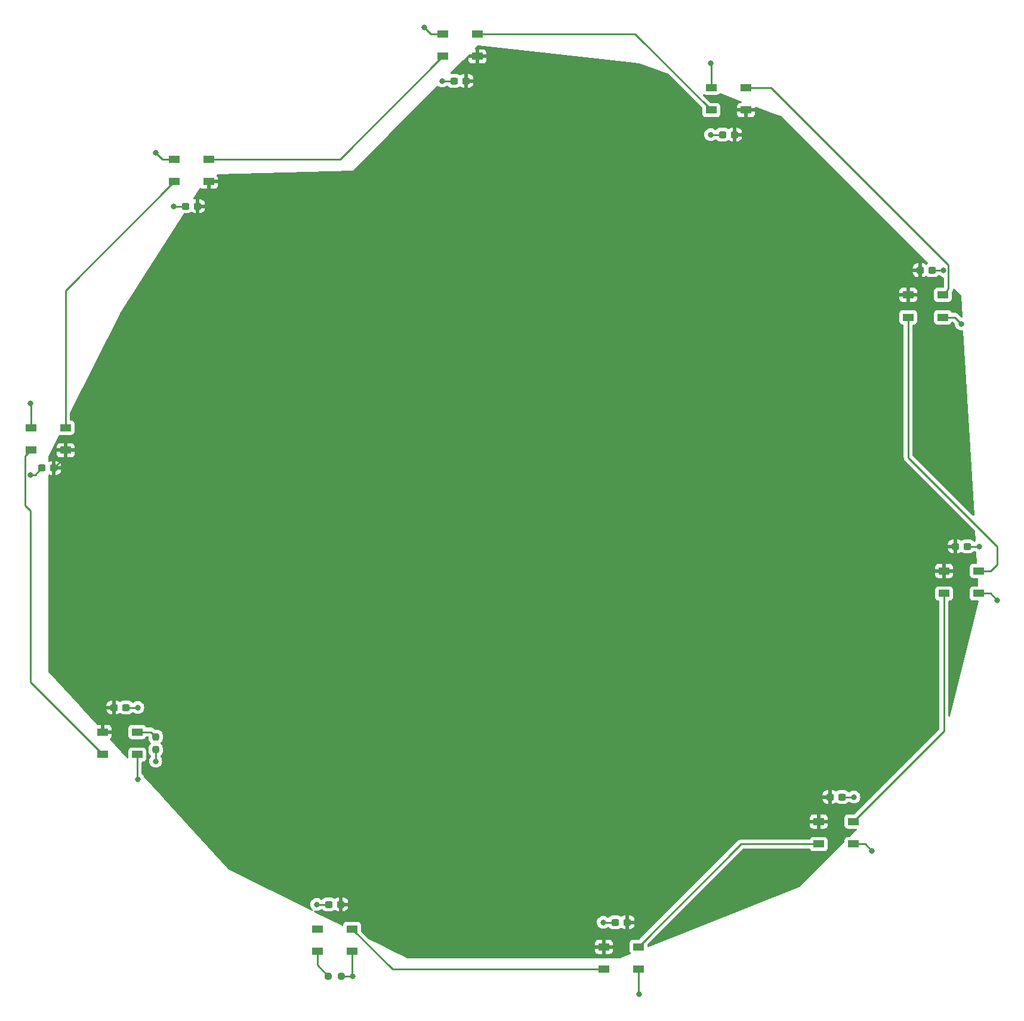
<source format=gbr>
%TF.GenerationSoftware,KiCad,Pcbnew,(6.0.4-0)*%
%TF.CreationDate,2022-12-03T14:45:52-05:00*%
%TF.ProjectId,christmas,63687269-7374-46d6-9173-2e6b69636164,rev?*%
%TF.SameCoordinates,Original*%
%TF.FileFunction,Copper,L1,Top*%
%TF.FilePolarity,Positive*%
%FSLAX46Y46*%
G04 Gerber Fmt 4.6, Leading zero omitted, Abs format (unit mm)*
G04 Created by KiCad (PCBNEW (6.0.4-0)) date 2022-12-03 14:45:52*
%MOMM*%
%LPD*%
G01*
G04 APERTURE LIST*
G04 Aperture macros list*
%AMRoundRect*
0 Rectangle with rounded corners*
0 $1 Rounding radius*
0 $2 $3 $4 $5 $6 $7 $8 $9 X,Y pos of 4 corners*
0 Add a 4 corners polygon primitive as box body*
4,1,4,$2,$3,$4,$5,$6,$7,$8,$9,$2,$3,0*
0 Add four circle primitives for the rounded corners*
1,1,$1+$1,$2,$3*
1,1,$1+$1,$4,$5*
1,1,$1+$1,$6,$7*
1,1,$1+$1,$8,$9*
0 Add four rect primitives between the rounded corners*
20,1,$1+$1,$2,$3,$4,$5,0*
20,1,$1+$1,$4,$5,$6,$7,0*
20,1,$1+$1,$6,$7,$8,$9,0*
20,1,$1+$1,$8,$9,$2,$3,0*%
G04 Aperture macros list end*
%TA.AperFunction,SMDPad,CuDef*%
%ADD10RoundRect,0.237500X-0.250000X-0.237500X0.250000X-0.237500X0.250000X0.237500X-0.250000X0.237500X0*%
%TD*%
%TA.AperFunction,SMDPad,CuDef*%
%ADD11RoundRect,0.237500X0.237500X-0.250000X0.237500X0.250000X-0.237500X0.250000X-0.237500X-0.250000X0*%
%TD*%
%TA.AperFunction,SMDPad,CuDef*%
%ADD12RoundRect,0.237500X0.300000X0.237500X-0.300000X0.237500X-0.300000X-0.237500X0.300000X-0.237500X0*%
%TD*%
%TA.AperFunction,SMDPad,CuDef*%
%ADD13RoundRect,0.237500X-0.300000X-0.237500X0.300000X-0.237500X0.300000X0.237500X-0.300000X0.237500X0*%
%TD*%
%TA.AperFunction,SMDPad,CuDef*%
%ADD14R,1.500000X1.000000*%
%TD*%
%TA.AperFunction,ViaPad*%
%ADD15C,0.800000*%
%TD*%
%TA.AperFunction,Conductor*%
%ADD16C,0.250000*%
%TD*%
G04 APERTURE END LIST*
D10*
%TO.P,R2,2*%
%TO.N,GND*%
X107592500Y-165100000D03*
%TO.P,R2,1*%
%TO.N,Net-(D10-Pad4)*%
X105767500Y-165100000D03*
%TD*%
D11*
%TO.P,R1,2*%
%TO.N,Net-(D1-Pad2)*%
X81280000Y-131167500D03*
%TO.P,R1,1*%
%TO.N,LED_DATA*%
X81280000Y-132992500D03*
%TD*%
D12*
%TO.P,C15,1*%
%TO.N,+5V*%
X107542500Y-154940000D03*
%TO.P,C15,2*%
%TO.N,GND*%
X105817500Y-154940000D03*
%TD*%
%TO.P,C14,2*%
%TO.N,GND*%
X146457500Y-157480000D03*
%TO.P,C14,1*%
%TO.N,+5V*%
X148182500Y-157480000D03*
%TD*%
D13*
%TO.P,C13,1*%
%TO.N,+5V*%
X176937500Y-139700000D03*
%TO.P,C13,2*%
%TO.N,GND*%
X178662500Y-139700000D03*
%TD*%
%TO.P,C12,2*%
%TO.N,GND*%
X196442500Y-104140000D03*
%TO.P,C12,1*%
%TO.N,+5V*%
X194717500Y-104140000D03*
%TD*%
%TO.P,C11,2*%
%TO.N,GND*%
X191452500Y-64960000D03*
%TO.P,C11,1*%
%TO.N,+5V*%
X189727500Y-64960000D03*
%TD*%
D12*
%TO.P,C10,2*%
%TO.N,GND*%
X161697500Y-45720000D03*
%TO.P,C10,1*%
%TO.N,+5V*%
X163422500Y-45720000D03*
%TD*%
%TO.P,C9,2*%
%TO.N,GND*%
X123597500Y-38100000D03*
%TO.P,C9,1*%
%TO.N,+5V*%
X125322500Y-38100000D03*
%TD*%
%TO.P,C8,2*%
%TO.N,GND*%
X85497500Y-55880000D03*
%TO.P,C8,1*%
%TO.N,+5V*%
X87222500Y-55880000D03*
%TD*%
%TO.P,C7,2*%
%TO.N,GND*%
X65087500Y-93040000D03*
%TO.P,C7,1*%
%TO.N,+5V*%
X66812500Y-93040000D03*
%TD*%
D13*
%TO.P,C6,1*%
%TO.N,+5V*%
X75337500Y-127000000D03*
%TO.P,C6,2*%
%TO.N,GND*%
X77062500Y-127000000D03*
%TD*%
D14*
%TO.P,D10,1,VSS*%
%TO.N,GND*%
X109130000Y-161620000D03*
%TO.P,D10,2,DIN*%
%TO.N,Net-(D10-Pad2)*%
X109130000Y-158420000D03*
%TO.P,D10,3,VDD*%
%TO.N,+5V*%
X104230000Y-158420000D03*
%TO.P,D10,4,DO*%
%TO.N,Net-(D10-Pad4)*%
X104230000Y-161620000D03*
%TD*%
%TO.P,D9,4,DO*%
%TO.N,Net-(D10-Pad2)*%
X144870000Y-164160000D03*
%TO.P,D9,3,VDD*%
%TO.N,+5V*%
X144870000Y-160960000D03*
%TO.P,D9,2,DIN*%
%TO.N,Net-(D8-Pad4)*%
X149770000Y-160960000D03*
%TO.P,D9,1,VSS*%
%TO.N,GND*%
X149770000Y-164160000D03*
%TD*%
%TO.P,D8,1,VSS*%
%TO.N,GND*%
X180250000Y-146380000D03*
%TO.P,D8,2,DIN*%
%TO.N,Net-(D7-Pad4)*%
X180250000Y-143180000D03*
%TO.P,D8,3,VDD*%
%TO.N,+5V*%
X175350000Y-143180000D03*
%TO.P,D8,4,DO*%
%TO.N,Net-(D8-Pad4)*%
X175350000Y-146380000D03*
%TD*%
%TO.P,D7,4,DO*%
%TO.N,Net-(D7-Pad4)*%
X193130000Y-110820000D03*
%TO.P,D7,3,VDD*%
%TO.N,+5V*%
X193130000Y-107620000D03*
%TO.P,D7,2,DIN*%
%TO.N,Net-(D6-Pad4)*%
X198030000Y-107620000D03*
%TO.P,D7,1,VSS*%
%TO.N,GND*%
X198030000Y-110820000D03*
%TD*%
%TO.P,D6,1,VSS*%
%TO.N,GND*%
X192950000Y-71640000D03*
%TO.P,D6,2,DIN*%
%TO.N,Net-(D5-Pad4)*%
X192950000Y-68440000D03*
%TO.P,D6,3,VDD*%
%TO.N,+5V*%
X188050000Y-68440000D03*
%TO.P,D6,4,DO*%
%TO.N,Net-(D6-Pad4)*%
X188050000Y-71640000D03*
%TD*%
%TO.P,D5,4,DO*%
%TO.N,Net-(D5-Pad4)*%
X165010000Y-39040000D03*
%TO.P,D5,3,VDD*%
%TO.N,+5V*%
X165010000Y-42240000D03*
%TO.P,D5,2,DIN*%
%TO.N,Net-(D4-Pad4)*%
X160110000Y-42240000D03*
%TO.P,D5,1,VSS*%
%TO.N,GND*%
X160110000Y-39040000D03*
%TD*%
%TO.P,D4,4,DO*%
%TO.N,Net-(D4-Pad4)*%
X126910000Y-31420000D03*
%TO.P,D4,3,VDD*%
%TO.N,+5V*%
X126910000Y-34620000D03*
%TO.P,D4,2,DIN*%
%TO.N,Net-(D3-Pad4)*%
X122010000Y-34620000D03*
%TO.P,D4,1,VSS*%
%TO.N,GND*%
X122010000Y-31420000D03*
%TD*%
%TO.P,D3,4,DO*%
%TO.N,Net-(D3-Pad4)*%
X88810000Y-49200000D03*
%TO.P,D3,3,VDD*%
%TO.N,+5V*%
X88810000Y-52400000D03*
%TO.P,D3,2,DIN*%
%TO.N,Net-(D2-Pad4)*%
X83910000Y-52400000D03*
%TO.P,D3,1,VSS*%
%TO.N,GND*%
X83910000Y-49200000D03*
%TD*%
%TO.P,D2,4,DO*%
%TO.N,Net-(D2-Pad4)*%
X68490000Y-87300000D03*
%TO.P,D2,3,VDD*%
%TO.N,+5V*%
X68490000Y-90500000D03*
%TO.P,D2,2,DIN*%
%TO.N,Net-(D1-Pad4)*%
X63590000Y-90500000D03*
%TO.P,D2,1,VSS*%
%TO.N,GND*%
X63590000Y-87300000D03*
%TD*%
%TO.P,D1,1,VSS*%
%TO.N,GND*%
X78650000Y-133680000D03*
%TO.P,D1,2,DIN*%
%TO.N,Net-(D1-Pad2)*%
X78650000Y-130480000D03*
%TO.P,D1,3,VDD*%
%TO.N,+5V*%
X73750000Y-130480000D03*
%TO.P,D1,4,DO*%
%TO.N,Net-(D1-Pad4)*%
X73750000Y-133680000D03*
%TD*%
D15*
%TO.N,LED_DATA*%
X81280000Y-134620000D03*
%TO.N,+5V*%
X134620000Y-58420000D03*
X134620000Y-53340000D03*
X147320000Y-40640000D03*
%TO.N,GND*%
X160020000Y-45720000D03*
X160020000Y-35560000D03*
X195580000Y-72580000D03*
X193040000Y-64960000D03*
X200660000Y-111760000D03*
X198120000Y-104140000D03*
X182880000Y-147320000D03*
X180340000Y-139700000D03*
X144780000Y-157480000D03*
X149860000Y-167640000D03*
X104140000Y-154940000D03*
X109220000Y-165100000D03*
X78740000Y-127000000D03*
X78740000Y-137160000D03*
X63500000Y-93980000D03*
X63500000Y-83820000D03*
X83820000Y-55880000D03*
X81280000Y-48260000D03*
X121920000Y-38100000D03*
X119380000Y-30480000D03*
%TD*%
D16*
%TO.N,+5V*%
X66812500Y-93040000D02*
X68490000Y-91362500D01*
X68490000Y-91362500D02*
X68490000Y-90500000D01*
%TO.N,LED_DATA*%
X81280000Y-132992500D02*
X81280000Y-134620000D01*
%TO.N,Net-(D1-Pad2)*%
X78650000Y-130480000D02*
X80592500Y-130480000D01*
X80592500Y-130480000D02*
X81280000Y-131167500D01*
%TO.N,Net-(D10-Pad4)*%
X104230000Y-161620000D02*
X104230000Y-163562500D01*
X104230000Y-163562500D02*
X105767500Y-165100000D01*
%TO.N,Net-(D10-Pad2)*%
X144870000Y-164160000D02*
X114870000Y-164160000D01*
X114870000Y-164160000D02*
X109130000Y-158420000D01*
%TO.N,Net-(D8-Pad4)*%
X175350000Y-146380000D02*
X164350000Y-146380000D01*
X164350000Y-146380000D02*
X149770000Y-160960000D01*
%TO.N,Net-(D7-Pad4)*%
X193130000Y-110820000D02*
X193130000Y-130300000D01*
X193130000Y-130300000D02*
X180250000Y-143180000D01*
%TO.N,Net-(D6-Pad4)*%
X200660000Y-104140000D02*
X200660000Y-106680000D01*
X188050000Y-71640000D02*
X188050000Y-91530000D01*
X199720000Y-107620000D02*
X198030000Y-107620000D01*
X188050000Y-91530000D02*
X200660000Y-104140000D01*
X200660000Y-106680000D02*
X199720000Y-107620000D01*
%TO.N,Net-(D5-Pad4)*%
X192950000Y-68440000D02*
X193764511Y-67625489D01*
X193764511Y-67625489D02*
X193764511Y-64224511D01*
X193764511Y-64224511D02*
X168580000Y-39040000D01*
X168580000Y-39040000D02*
X165010000Y-39040000D01*
%TO.N,Net-(D4-Pad4)*%
X126910000Y-31420000D02*
X149290000Y-31420000D01*
X149290000Y-31420000D02*
X160110000Y-42240000D01*
%TO.N,Net-(D3-Pad4)*%
X88810000Y-49200000D02*
X107430000Y-49200000D01*
X107430000Y-49200000D02*
X122010000Y-34620000D01*
%TO.N,Net-(D1-Pad4)*%
X62775489Y-98335489D02*
X63500000Y-99060000D01*
X62775489Y-91314511D02*
X62775489Y-98335489D01*
X63590000Y-90500000D02*
X62775489Y-91314511D01*
X63500000Y-99060000D02*
X63500000Y-123430000D01*
X63500000Y-123430000D02*
X73750000Y-133680000D01*
%TO.N,Net-(D2-Pad4)*%
X83910000Y-52400000D02*
X68490000Y-67820000D01*
X68490000Y-67820000D02*
X68490000Y-87300000D01*
%TO.N,GND*%
X109130000Y-161620000D02*
X109130000Y-165010000D01*
X109130000Y-165010000D02*
X109220000Y-165100000D01*
%TO.N,Net-(D1-Pad4)*%
X63879816Y-90500000D02*
X63590000Y-90500000D01*
%TO.N,GND*%
X160020000Y-45720000D02*
X161697500Y-45720000D01*
X160020000Y-35560000D02*
X160110000Y-35650000D01*
X160110000Y-35650000D02*
X160110000Y-39040000D01*
X119380000Y-30480000D02*
X120320000Y-31420000D01*
X120320000Y-31420000D02*
X122010000Y-31420000D01*
X121920000Y-38100000D02*
X123597500Y-38100000D01*
X81280000Y-48260000D02*
X82220000Y-49200000D01*
X82220000Y-49200000D02*
X83910000Y-49200000D01*
X83820000Y-55880000D02*
X85497500Y-55880000D01*
X63500000Y-83820000D02*
X63590000Y-83910000D01*
X63590000Y-83910000D02*
X63590000Y-87300000D01*
X63500000Y-93980000D02*
X64147500Y-93980000D01*
X64147500Y-93980000D02*
X65087500Y-93040000D01*
X78740000Y-127000000D02*
X77062500Y-127000000D01*
X78650000Y-137070000D02*
X78740000Y-137160000D01*
X78650000Y-133680000D02*
X78650000Y-137070000D01*
X104140000Y-154940000D02*
X104230000Y-155030000D01*
X109220000Y-165100000D02*
X107592500Y-165100000D01*
X104140000Y-154940000D02*
X105817500Y-154940000D01*
X144780000Y-157480000D02*
X146457500Y-157480000D01*
X149860000Y-167640000D02*
X149770000Y-167550000D01*
X149770000Y-167550000D02*
X149770000Y-164160000D01*
X180340000Y-139700000D02*
X178662500Y-139700000D01*
X182880000Y-147320000D02*
X181940000Y-146380000D01*
X181940000Y-146380000D02*
X180250000Y-146380000D01*
X199720000Y-110820000D02*
X200660000Y-111760000D01*
X198030000Y-110820000D02*
X199720000Y-110820000D01*
X196442500Y-104140000D02*
X198120000Y-104140000D01*
X191452500Y-64960000D02*
X193040000Y-64960000D01*
X192950000Y-71640000D02*
X194640000Y-71640000D01*
X194640000Y-71640000D02*
X195580000Y-72580000D01*
%TD*%
%TA.AperFunction,Conductor*%
%TO.N,+5V*%
G36*
X149844384Y-35558265D02*
G01*
X149874712Y-35565517D01*
X154113001Y-37154875D01*
X154157851Y-37183755D01*
X156528673Y-39554578D01*
X158814595Y-41840500D01*
X158848621Y-41902812D01*
X158851500Y-41929595D01*
X158851500Y-42788134D01*
X158858255Y-42850316D01*
X158909385Y-42986705D01*
X158996739Y-43103261D01*
X159113295Y-43190615D01*
X159249684Y-43241745D01*
X159311866Y-43248500D01*
X160908134Y-43248500D01*
X160970316Y-43241745D01*
X161106705Y-43190615D01*
X161223261Y-43103261D01*
X161310615Y-42986705D01*
X161361745Y-42850316D01*
X161368500Y-42788134D01*
X161368500Y-42784669D01*
X163752001Y-42784669D01*
X163752371Y-42791490D01*
X163757895Y-42842352D01*
X163761521Y-42857604D01*
X163806676Y-42978054D01*
X163815214Y-42993649D01*
X163891715Y-43095724D01*
X163904276Y-43108285D01*
X164006351Y-43184786D01*
X164021946Y-43193324D01*
X164142394Y-43238478D01*
X164157649Y-43242105D01*
X164208514Y-43247631D01*
X164215328Y-43248000D01*
X164737885Y-43248000D01*
X164753124Y-43243525D01*
X164754329Y-43242135D01*
X164756000Y-43234452D01*
X164756000Y-43229884D01*
X165264000Y-43229884D01*
X165268475Y-43245123D01*
X165269865Y-43246328D01*
X165277548Y-43247999D01*
X165804669Y-43247999D01*
X165811490Y-43247629D01*
X165862352Y-43242105D01*
X165877604Y-43238479D01*
X165998054Y-43193324D01*
X166013649Y-43184786D01*
X166115724Y-43108285D01*
X166128285Y-43095724D01*
X166204786Y-42993649D01*
X166213324Y-42978054D01*
X166258478Y-42857606D01*
X166262105Y-42842351D01*
X166267631Y-42791486D01*
X166268000Y-42784672D01*
X166268000Y-42512115D01*
X166263525Y-42496876D01*
X166262135Y-42495671D01*
X166254452Y-42494000D01*
X165282115Y-42494000D01*
X165266876Y-42498475D01*
X165265671Y-42499865D01*
X165264000Y-42507548D01*
X165264000Y-43229884D01*
X164756000Y-43229884D01*
X164756000Y-42512115D01*
X164751525Y-42496876D01*
X164750135Y-42495671D01*
X164742452Y-42494000D01*
X163770116Y-42494000D01*
X163754877Y-42498475D01*
X163753672Y-42499865D01*
X163752001Y-42507548D01*
X163752001Y-42784669D01*
X161368500Y-42784669D01*
X161368500Y-41691866D01*
X161361745Y-41629684D01*
X161310615Y-41493295D01*
X161223261Y-41376739D01*
X161106705Y-41289385D01*
X160970316Y-41238255D01*
X160908134Y-41231500D01*
X160049594Y-41231500D01*
X159981473Y-41211498D01*
X159960499Y-41194595D01*
X158939874Y-40173970D01*
X158905848Y-40111658D01*
X158910913Y-40040843D01*
X158953460Y-39984007D01*
X159019980Y-39959196D01*
X159089354Y-39974287D01*
X159104534Y-39984049D01*
X159113295Y-39990615D01*
X159249684Y-40041745D01*
X159311866Y-40048500D01*
X160908134Y-40048500D01*
X160970316Y-40041745D01*
X161106705Y-39990615D01*
X161223261Y-39903261D01*
X161226111Y-39899458D01*
X161286559Y-39866450D01*
X161357584Y-39871594D01*
X164334730Y-40988024D01*
X164391490Y-41030671D01*
X164416183Y-41097235D01*
X164400968Y-41166582D01*
X164350677Y-41216695D01*
X164290488Y-41232001D01*
X164215331Y-41232001D01*
X164208510Y-41232371D01*
X164157648Y-41237895D01*
X164142396Y-41241521D01*
X164021946Y-41286676D01*
X164006351Y-41295214D01*
X163904276Y-41371715D01*
X163891715Y-41384276D01*
X163815214Y-41486351D01*
X163806676Y-41501946D01*
X163761522Y-41622394D01*
X163757895Y-41637649D01*
X163752369Y-41688514D01*
X163752000Y-41695328D01*
X163752000Y-41967885D01*
X163756475Y-41983124D01*
X163757865Y-41984329D01*
X163765548Y-41986000D01*
X166249884Y-41986000D01*
X166265123Y-41981525D01*
X166266328Y-41980135D01*
X166267999Y-41972452D01*
X166267999Y-41894818D01*
X166288001Y-41826697D01*
X166341657Y-41780204D01*
X166411931Y-41770100D01*
X166438241Y-41776841D01*
X168398973Y-42512115D01*
X170154447Y-43170418D01*
X170199299Y-43199299D01*
X190850151Y-63850151D01*
X190884177Y-63912463D01*
X190879112Y-63983278D01*
X190836565Y-64040114D01*
X190827385Y-64046373D01*
X190685969Y-64133884D01*
X190680797Y-64139065D01*
X190678727Y-64141139D01*
X190676962Y-64142105D01*
X190675059Y-64143613D01*
X190674801Y-64143287D01*
X190616446Y-64175219D01*
X190545625Y-64170218D01*
X190500530Y-64141292D01*
X190497869Y-64138636D01*
X190486460Y-64129625D01*
X190350937Y-64046088D01*
X190337759Y-64039944D01*
X190186234Y-63989685D01*
X190172868Y-63986819D01*
X190080230Y-63977328D01*
X190073815Y-63977000D01*
X189999615Y-63977000D01*
X189984376Y-63981475D01*
X189983171Y-63982865D01*
X189981500Y-63990548D01*
X189981500Y-65924885D01*
X189985975Y-65940124D01*
X189987365Y-65941329D01*
X189995048Y-65943000D01*
X190073766Y-65943000D01*
X190080282Y-65942663D01*
X190174132Y-65932925D01*
X190187528Y-65930032D01*
X190338953Y-65879512D01*
X190352115Y-65873347D01*
X190487492Y-65789574D01*
X190498894Y-65780536D01*
X190500567Y-65778861D01*
X190501993Y-65778081D01*
X190504627Y-65775993D01*
X190504984Y-65776444D01*
X190562849Y-65744781D01*
X190633669Y-65749784D01*
X190678754Y-65778701D01*
X190681421Y-65781363D01*
X190686997Y-65786929D01*
X190835080Y-65878209D01*
X191000191Y-65932974D01*
X191007027Y-65933674D01*
X191007030Y-65933675D01*
X191054370Y-65938525D01*
X191102928Y-65943500D01*
X191802072Y-65943500D01*
X191805318Y-65943163D01*
X191805322Y-65943163D01*
X191899235Y-65933419D01*
X191899239Y-65933418D01*
X191906093Y-65932707D01*
X191912629Y-65930526D01*
X191912631Y-65930526D01*
X192045395Y-65886232D01*
X192071107Y-65877654D01*
X192219031Y-65786116D01*
X192316297Y-65688680D01*
X192378578Y-65654601D01*
X192449398Y-65659604D01*
X192479529Y-65675762D01*
X192583248Y-65751118D01*
X192589276Y-65753802D01*
X192589278Y-65753803D01*
X192652062Y-65781756D01*
X192757712Y-65828794D01*
X192807446Y-65839365D01*
X192811476Y-65840222D01*
X192874374Y-65874374D01*
X193094106Y-66094106D01*
X193128132Y-66156418D01*
X193131011Y-66183201D01*
X193131011Y-67305500D01*
X193111009Y-67373621D01*
X193057353Y-67420114D01*
X193005011Y-67431500D01*
X192151866Y-67431500D01*
X192089684Y-67438255D01*
X191953295Y-67489385D01*
X191836739Y-67576739D01*
X191749385Y-67693295D01*
X191698255Y-67829684D01*
X191691500Y-67891866D01*
X191691500Y-68988134D01*
X191698255Y-69050316D01*
X191749385Y-69186705D01*
X191836739Y-69303261D01*
X191953295Y-69390615D01*
X192089684Y-69441745D01*
X192151866Y-69448500D01*
X193748134Y-69448500D01*
X193810316Y-69441745D01*
X193946705Y-69390615D01*
X194063261Y-69303261D01*
X194150615Y-69186705D01*
X194201745Y-69050316D01*
X194208500Y-68988134D01*
X194208500Y-68128956D01*
X194228502Y-68060835D01*
X194239101Y-68046803D01*
X194240646Y-68045258D01*
X194243068Y-68042135D01*
X194243074Y-68042129D01*
X194243123Y-68042065D01*
X194250828Y-68033044D01*
X194275670Y-68006589D01*
X194281097Y-68000810D01*
X194284918Y-67993860D01*
X194290857Y-67983057D01*
X194301713Y-67966530D01*
X194309268Y-67956791D01*
X194309269Y-67956789D01*
X194314125Y-67950529D01*
X194331685Y-67909949D01*
X194336902Y-67899301D01*
X194354386Y-67867498D01*
X194354387Y-67867496D01*
X194358206Y-67860549D01*
X194363244Y-67840926D01*
X194369648Y-67822223D01*
X194374544Y-67810909D01*
X194374544Y-67810908D01*
X194377692Y-67803634D01*
X194378931Y-67795811D01*
X194378934Y-67795801D01*
X194384610Y-67759965D01*
X194387016Y-67748345D01*
X194396039Y-67713200D01*
X194396039Y-67713199D01*
X194398011Y-67705519D01*
X194398011Y-67697590D01*
X194399004Y-67689729D01*
X194401578Y-67690054D01*
X194418013Y-67634080D01*
X194471669Y-67587587D01*
X194541943Y-67577483D01*
X194606523Y-67606977D01*
X194613106Y-67613106D01*
X195546125Y-68546125D01*
X195580151Y-68608437D01*
X195582813Y-68627821D01*
X195754005Y-71538101D01*
X195738037Y-71607279D01*
X195687204Y-71656842D01*
X195628222Y-71671500D01*
X195619595Y-71671500D01*
X195551474Y-71651498D01*
X195530500Y-71634595D01*
X195143652Y-71247747D01*
X195136112Y-71239461D01*
X195132000Y-71232982D01*
X195082348Y-71186356D01*
X195079507Y-71183602D01*
X195059770Y-71163865D01*
X195056573Y-71161385D01*
X195047551Y-71153680D01*
X195021100Y-71128841D01*
X195015321Y-71123414D01*
X195008375Y-71119595D01*
X195008372Y-71119593D01*
X194997566Y-71113652D01*
X194981047Y-71102801D01*
X194971354Y-71095283D01*
X194965041Y-71090386D01*
X194957772Y-71087241D01*
X194957768Y-71087238D01*
X194924463Y-71072826D01*
X194913813Y-71067609D01*
X194875060Y-71046305D01*
X194855437Y-71041267D01*
X194836734Y-71034863D01*
X194825420Y-71029967D01*
X194825419Y-71029967D01*
X194818145Y-71026819D01*
X194810322Y-71025580D01*
X194810312Y-71025577D01*
X194774476Y-71019901D01*
X194762856Y-71017495D01*
X194727711Y-71008472D01*
X194727710Y-71008472D01*
X194720030Y-71006500D01*
X194699776Y-71006500D01*
X194680065Y-71004949D01*
X194667886Y-71003020D01*
X194660057Y-71001780D01*
X194652165Y-71002526D01*
X194616039Y-71005941D01*
X194604181Y-71006500D01*
X194280382Y-71006500D01*
X194212261Y-70986498D01*
X194165768Y-70932842D01*
X194162401Y-70924731D01*
X194153769Y-70901707D01*
X194153767Y-70901703D01*
X194150615Y-70893295D01*
X194063261Y-70776739D01*
X193946705Y-70689385D01*
X193810316Y-70638255D01*
X193748134Y-70631500D01*
X192151866Y-70631500D01*
X192089684Y-70638255D01*
X191953295Y-70689385D01*
X191836739Y-70776739D01*
X191749385Y-70893295D01*
X191698255Y-71029684D01*
X191691500Y-71091866D01*
X191691500Y-72188134D01*
X191698255Y-72250316D01*
X191749385Y-72386705D01*
X191836739Y-72503261D01*
X191953295Y-72590615D01*
X192089684Y-72641745D01*
X192151866Y-72648500D01*
X193748134Y-72648500D01*
X193810316Y-72641745D01*
X193946705Y-72590615D01*
X194063261Y-72503261D01*
X194150615Y-72386705D01*
X194153769Y-72378293D01*
X194162401Y-72355269D01*
X194205043Y-72298505D01*
X194271605Y-72273806D01*
X194280382Y-72273500D01*
X194325406Y-72273500D01*
X194393527Y-72293502D01*
X194414501Y-72310405D01*
X194632878Y-72528782D01*
X194666904Y-72591094D01*
X194669092Y-72604703D01*
X194686458Y-72769928D01*
X194745473Y-72951556D01*
X194840960Y-73116944D01*
X194968747Y-73258866D01*
X195123248Y-73371118D01*
X195129276Y-73373802D01*
X195129278Y-73373803D01*
X195291681Y-73446109D01*
X195297712Y-73448794D01*
X195391112Y-73468647D01*
X195478056Y-73487128D01*
X195478061Y-73487128D01*
X195484513Y-73488500D01*
X195675487Y-73488500D01*
X195681939Y-73487128D01*
X195681944Y-73487128D01*
X195722976Y-73478406D01*
X195793767Y-73483808D01*
X195850400Y-73526625D01*
X195874956Y-73594254D01*
X197409545Y-99682269D01*
X197393577Y-99751447D01*
X197342744Y-99801010D01*
X197273185Y-99815223D01*
X197206984Y-99789573D01*
X197194667Y-99778763D01*
X194785891Y-97369986D01*
X188720405Y-91304500D01*
X188686379Y-91242188D01*
X188683500Y-91215405D01*
X188683500Y-72774500D01*
X188703502Y-72706379D01*
X188757158Y-72659886D01*
X188809500Y-72648500D01*
X188848134Y-72648500D01*
X188910316Y-72641745D01*
X189046705Y-72590615D01*
X189163261Y-72503261D01*
X189250615Y-72386705D01*
X189301745Y-72250316D01*
X189308500Y-72188134D01*
X189308500Y-71091866D01*
X189301745Y-71029684D01*
X189250615Y-70893295D01*
X189163261Y-70776739D01*
X189046705Y-70689385D01*
X188910316Y-70638255D01*
X188848134Y-70631500D01*
X187251866Y-70631500D01*
X187189684Y-70638255D01*
X187053295Y-70689385D01*
X186936739Y-70776739D01*
X186849385Y-70893295D01*
X186798255Y-71029684D01*
X186791500Y-71091866D01*
X186791500Y-72188134D01*
X186798255Y-72250316D01*
X186849385Y-72386705D01*
X186936739Y-72503261D01*
X187053295Y-72590615D01*
X187189684Y-72641745D01*
X187251866Y-72648500D01*
X187290500Y-72648500D01*
X187358621Y-72668502D01*
X187405114Y-72722158D01*
X187416500Y-72774500D01*
X187416500Y-91451233D01*
X187415973Y-91462416D01*
X187414298Y-91469909D01*
X187414547Y-91477835D01*
X187414547Y-91477836D01*
X187416438Y-91537986D01*
X187416500Y-91541945D01*
X187416500Y-91569856D01*
X187416997Y-91573790D01*
X187416997Y-91573791D01*
X187417005Y-91573856D01*
X187417938Y-91585693D01*
X187419327Y-91629889D01*
X187424978Y-91649339D01*
X187428987Y-91668700D01*
X187431526Y-91688797D01*
X187434445Y-91696168D01*
X187434445Y-91696170D01*
X187447804Y-91729912D01*
X187451649Y-91741142D01*
X187463982Y-91783593D01*
X187468015Y-91790412D01*
X187468017Y-91790417D01*
X187474293Y-91801028D01*
X187482988Y-91818776D01*
X187490448Y-91837617D01*
X187495110Y-91844033D01*
X187495110Y-91844034D01*
X187516436Y-91873387D01*
X187522952Y-91883307D01*
X187545458Y-91921362D01*
X187559779Y-91935683D01*
X187572619Y-91950716D01*
X187584528Y-91967107D01*
X187590634Y-91972158D01*
X187618605Y-91995298D01*
X187627384Y-92003288D01*
X197507119Y-101883024D01*
X197541145Y-101945336D01*
X197543807Y-101964720D01*
X197618039Y-103226653D01*
X197622739Y-103306557D01*
X197606771Y-103375735D01*
X197571017Y-103415892D01*
X197508747Y-103461134D01*
X197507551Y-103459488D01*
X197452220Y-103486035D01*
X197381767Y-103477263D01*
X197333930Y-103440516D01*
X197331116Y-103435969D01*
X197250225Y-103355219D01*
X197213184Y-103318242D01*
X197213179Y-103318238D01*
X197208003Y-103313071D01*
X197201772Y-103309230D01*
X197066150Y-103225631D01*
X197066148Y-103225630D01*
X197059920Y-103221791D01*
X196894809Y-103167026D01*
X196887973Y-103166326D01*
X196887970Y-103166325D01*
X196836474Y-103161049D01*
X196792072Y-103156500D01*
X196092928Y-103156500D01*
X196089682Y-103156837D01*
X196089678Y-103156837D01*
X195995765Y-103166581D01*
X195995761Y-103166582D01*
X195988907Y-103167293D01*
X195982371Y-103169474D01*
X195982369Y-103169474D01*
X195849605Y-103213768D01*
X195823893Y-103222346D01*
X195675969Y-103313884D01*
X195670797Y-103319065D01*
X195668727Y-103321139D01*
X195666962Y-103322105D01*
X195665059Y-103323613D01*
X195664801Y-103323287D01*
X195606446Y-103355219D01*
X195535625Y-103350218D01*
X195490530Y-103321292D01*
X195487869Y-103318636D01*
X195476460Y-103309625D01*
X195340937Y-103226088D01*
X195327759Y-103219944D01*
X195176234Y-103169685D01*
X195162868Y-103166819D01*
X195070230Y-103157328D01*
X195063815Y-103157000D01*
X194989615Y-103157000D01*
X194974376Y-103161475D01*
X194973171Y-103162865D01*
X194971500Y-103170548D01*
X194971500Y-105104885D01*
X194975975Y-105120124D01*
X194977365Y-105121329D01*
X194985048Y-105123000D01*
X195063766Y-105123000D01*
X195070282Y-105122663D01*
X195164132Y-105112925D01*
X195177528Y-105110032D01*
X195328953Y-105059512D01*
X195342115Y-105053347D01*
X195477492Y-104969574D01*
X195488894Y-104960536D01*
X195490567Y-104958861D01*
X195491993Y-104958081D01*
X195494627Y-104955993D01*
X195494984Y-104956444D01*
X195552849Y-104924781D01*
X195623669Y-104929784D01*
X195668754Y-104958701D01*
X195671421Y-104961363D01*
X195676997Y-104966929D01*
X195683227Y-104970769D01*
X195683228Y-104970770D01*
X195786030Y-105034138D01*
X195825080Y-105058209D01*
X195990191Y-105112974D01*
X195997027Y-105113674D01*
X195997030Y-105113675D01*
X196044370Y-105118525D01*
X196092928Y-105123500D01*
X196792072Y-105123500D01*
X196795318Y-105123163D01*
X196795322Y-105123163D01*
X196889235Y-105113419D01*
X196889239Y-105113418D01*
X196896093Y-105112707D01*
X196902629Y-105110526D01*
X196902631Y-105110526D01*
X197035395Y-105066232D01*
X197061107Y-105057654D01*
X197209031Y-104966116D01*
X197331929Y-104843003D01*
X197334106Y-104839471D01*
X197390957Y-104799162D01*
X197461880Y-104795929D01*
X197507775Y-104820204D01*
X197508747Y-104818866D01*
X197663248Y-104931118D01*
X197663215Y-104931163D01*
X197710383Y-104980627D01*
X197724175Y-105030967D01*
X197729618Y-105123500D01*
X197809300Y-106478101D01*
X197793332Y-106547279D01*
X197742499Y-106596842D01*
X197683517Y-106611500D01*
X197231866Y-106611500D01*
X197169684Y-106618255D01*
X197033295Y-106669385D01*
X196916739Y-106756739D01*
X196829385Y-106873295D01*
X196778255Y-107009684D01*
X196771500Y-107071866D01*
X196771500Y-108168134D01*
X196778255Y-108230316D01*
X196829385Y-108366705D01*
X196916739Y-108483261D01*
X197033295Y-108570615D01*
X197169684Y-108621745D01*
X197231866Y-108628500D01*
X197816988Y-108628500D01*
X197885109Y-108648502D01*
X197931602Y-108702158D01*
X197942771Y-108747101D01*
X197997535Y-109678101D01*
X197981567Y-109747279D01*
X197930734Y-109796842D01*
X197871752Y-109811500D01*
X197231866Y-109811500D01*
X197169684Y-109818255D01*
X197033295Y-109869385D01*
X196916739Y-109956739D01*
X196829385Y-110073295D01*
X196778255Y-110209684D01*
X196771500Y-110271866D01*
X196771500Y-111368134D01*
X196778255Y-111430316D01*
X196829385Y-111566705D01*
X196916739Y-111683261D01*
X197033295Y-111770615D01*
X197169684Y-111821745D01*
X197231866Y-111828500D01*
X197941497Y-111828500D01*
X198009618Y-111848502D01*
X198056111Y-111902158D01*
X198066215Y-111972432D01*
X198063735Y-111985059D01*
X194011738Y-128193048D01*
X193975811Y-128254284D01*
X193912482Y-128286375D01*
X193841855Y-128279134D01*
X193786356Y-128234858D01*
X193763500Y-128162489D01*
X193763500Y-111954500D01*
X193783502Y-111886379D01*
X193837158Y-111839886D01*
X193889500Y-111828500D01*
X193928134Y-111828500D01*
X193990316Y-111821745D01*
X194126705Y-111770615D01*
X194243261Y-111683261D01*
X194330615Y-111566705D01*
X194381745Y-111430316D01*
X194388500Y-111368134D01*
X194388500Y-110271866D01*
X194381745Y-110209684D01*
X194330615Y-110073295D01*
X194243261Y-109956739D01*
X194126705Y-109869385D01*
X193990316Y-109818255D01*
X193928134Y-109811500D01*
X192331866Y-109811500D01*
X192269684Y-109818255D01*
X192133295Y-109869385D01*
X192016739Y-109956739D01*
X191929385Y-110073295D01*
X191878255Y-110209684D01*
X191871500Y-110271866D01*
X191871500Y-111368134D01*
X191878255Y-111430316D01*
X191929385Y-111566705D01*
X192016739Y-111683261D01*
X192133295Y-111770615D01*
X192269684Y-111821745D01*
X192331866Y-111828500D01*
X192370500Y-111828500D01*
X192438621Y-111848502D01*
X192485114Y-111902158D01*
X192496500Y-111954500D01*
X192496500Y-129985406D01*
X192476498Y-130053527D01*
X192459595Y-130074501D01*
X180399500Y-142134595D01*
X180337188Y-142168621D01*
X180310405Y-142171500D01*
X179451866Y-142171500D01*
X179389684Y-142178255D01*
X179253295Y-142229385D01*
X179136739Y-142316739D01*
X179049385Y-142433295D01*
X178998255Y-142569684D01*
X178991500Y-142631866D01*
X178991500Y-143728134D01*
X178998255Y-143790316D01*
X179049385Y-143926705D01*
X179136739Y-144043261D01*
X179253295Y-144130615D01*
X179389684Y-144181745D01*
X179451866Y-144188500D01*
X180627310Y-144188500D01*
X180695431Y-144208502D01*
X180741924Y-144262158D01*
X180752028Y-144332432D01*
X180722534Y-144397012D01*
X180716405Y-144403595D01*
X179785405Y-145334595D01*
X179723093Y-145368621D01*
X179696310Y-145371500D01*
X179451866Y-145371500D01*
X179389684Y-145378255D01*
X179253295Y-145429385D01*
X179136739Y-145516739D01*
X179049385Y-145633295D01*
X178998255Y-145769684D01*
X178991500Y-145831866D01*
X178991500Y-146076310D01*
X178971498Y-146144431D01*
X178954595Y-146165405D01*
X172738288Y-152381712D01*
X172695988Y-152409605D01*
X151201295Y-161007482D01*
X151130618Y-161014210D01*
X151067523Y-160981659D01*
X151032043Y-160920164D01*
X151028500Y-160890494D01*
X151028500Y-160649594D01*
X151048502Y-160581473D01*
X151065405Y-160560499D01*
X164575500Y-147050405D01*
X164637812Y-147016379D01*
X164664595Y-147013500D01*
X174019618Y-147013500D01*
X174087739Y-147033502D01*
X174134232Y-147087158D01*
X174137599Y-147095269D01*
X174146231Y-147118293D01*
X174149385Y-147126705D01*
X174236739Y-147243261D01*
X174353295Y-147330615D01*
X174489684Y-147381745D01*
X174551866Y-147388500D01*
X176148134Y-147388500D01*
X176210316Y-147381745D01*
X176346705Y-147330615D01*
X176463261Y-147243261D01*
X176550615Y-147126705D01*
X176601745Y-146990316D01*
X176608500Y-146928134D01*
X176608500Y-145831866D01*
X176601745Y-145769684D01*
X176550615Y-145633295D01*
X176463261Y-145516739D01*
X176346705Y-145429385D01*
X176210316Y-145378255D01*
X176148134Y-145371500D01*
X174551866Y-145371500D01*
X174489684Y-145378255D01*
X174353295Y-145429385D01*
X174236739Y-145516739D01*
X174149385Y-145633295D01*
X174146233Y-145641703D01*
X174146231Y-145641707D01*
X174137599Y-145664731D01*
X174094957Y-145721495D01*
X174028395Y-145746194D01*
X174019618Y-145746500D01*
X164428768Y-145746500D01*
X164417585Y-145745973D01*
X164410092Y-145744298D01*
X164402166Y-145744547D01*
X164402165Y-145744547D01*
X164342002Y-145746438D01*
X164338044Y-145746500D01*
X164310144Y-145746500D01*
X164306154Y-145747004D01*
X164294320Y-145747936D01*
X164250111Y-145749326D01*
X164242497Y-145751538D01*
X164242492Y-145751539D01*
X164230659Y-145754977D01*
X164211296Y-145758988D01*
X164191203Y-145761526D01*
X164183836Y-145764443D01*
X164183831Y-145764444D01*
X164150092Y-145777802D01*
X164138865Y-145781646D01*
X164096407Y-145793982D01*
X164089581Y-145798019D01*
X164078972Y-145804293D01*
X164061224Y-145812988D01*
X164042383Y-145820448D01*
X164035967Y-145825110D01*
X164035966Y-145825110D01*
X164006613Y-145846436D01*
X163996693Y-145852952D01*
X163965465Y-145871420D01*
X163965462Y-145871422D01*
X163958638Y-145875458D01*
X163944317Y-145889779D01*
X163929284Y-145902619D01*
X163912893Y-145914528D01*
X163907842Y-145920634D01*
X163884702Y-145948605D01*
X163876712Y-145957384D01*
X149919500Y-159914595D01*
X149857188Y-159948621D01*
X149830405Y-159951500D01*
X148971866Y-159951500D01*
X148909684Y-159958255D01*
X148773295Y-160009385D01*
X148656739Y-160096739D01*
X148569385Y-160213295D01*
X148518255Y-160349684D01*
X148511500Y-160411866D01*
X148511500Y-161508134D01*
X148518255Y-161570316D01*
X148569385Y-161706705D01*
X148656739Y-161823261D01*
X148663919Y-161828642D01*
X148667224Y-161831947D01*
X148701250Y-161894259D01*
X148696185Y-161965074D01*
X148653638Y-162021910D01*
X148624924Y-162038030D01*
X147342530Y-162550988D01*
X147295735Y-162560000D01*
X116869745Y-162560000D01*
X116813396Y-162546698D01*
X114729338Y-161504669D01*
X143612001Y-161504669D01*
X143612371Y-161511490D01*
X143617895Y-161562352D01*
X143621521Y-161577604D01*
X143666676Y-161698054D01*
X143675214Y-161713649D01*
X143751715Y-161815724D01*
X143764276Y-161828285D01*
X143866351Y-161904786D01*
X143881946Y-161913324D01*
X144002394Y-161958478D01*
X144017649Y-161962105D01*
X144068514Y-161967631D01*
X144075328Y-161968000D01*
X144597885Y-161968000D01*
X144613124Y-161963525D01*
X144614329Y-161962135D01*
X144616000Y-161954452D01*
X144616000Y-161949884D01*
X145124000Y-161949884D01*
X145128475Y-161965123D01*
X145129865Y-161966328D01*
X145137548Y-161967999D01*
X145664669Y-161967999D01*
X145671490Y-161967629D01*
X145722352Y-161962105D01*
X145737604Y-161958479D01*
X145858054Y-161913324D01*
X145873649Y-161904786D01*
X145975724Y-161828285D01*
X145988285Y-161815724D01*
X146064786Y-161713649D01*
X146073324Y-161698054D01*
X146118478Y-161577606D01*
X146122105Y-161562351D01*
X146127631Y-161511486D01*
X146128000Y-161504672D01*
X146128000Y-161232115D01*
X146123525Y-161216876D01*
X146122135Y-161215671D01*
X146114452Y-161214000D01*
X145142115Y-161214000D01*
X145126876Y-161218475D01*
X145125671Y-161219865D01*
X145124000Y-161227548D01*
X145124000Y-161949884D01*
X144616000Y-161949884D01*
X144616000Y-161232115D01*
X144611525Y-161216876D01*
X144610135Y-161215671D01*
X144602452Y-161214000D01*
X143630116Y-161214000D01*
X143614877Y-161218475D01*
X143613672Y-161219865D01*
X143612001Y-161227548D01*
X143612001Y-161504669D01*
X114729338Y-161504669D01*
X113095770Y-160687885D01*
X143612000Y-160687885D01*
X143616475Y-160703124D01*
X143617865Y-160704329D01*
X143625548Y-160706000D01*
X144597885Y-160706000D01*
X144613124Y-160701525D01*
X144614329Y-160700135D01*
X144616000Y-160692452D01*
X144616000Y-160687885D01*
X145124000Y-160687885D01*
X145128475Y-160703124D01*
X145129865Y-160704329D01*
X145137548Y-160706000D01*
X146109884Y-160706000D01*
X146125123Y-160701525D01*
X146126328Y-160700135D01*
X146127999Y-160692452D01*
X146127999Y-160415331D01*
X146127629Y-160408510D01*
X146122105Y-160357648D01*
X146118479Y-160342396D01*
X146073324Y-160221946D01*
X146064786Y-160206351D01*
X145988285Y-160104276D01*
X145975724Y-160091715D01*
X145873649Y-160015214D01*
X145858054Y-160006676D01*
X145737606Y-159961522D01*
X145722351Y-159957895D01*
X145671486Y-159952369D01*
X145664672Y-159952000D01*
X145142115Y-159952000D01*
X145126876Y-159956475D01*
X145125671Y-159957865D01*
X145124000Y-159965548D01*
X145124000Y-160687885D01*
X144616000Y-160687885D01*
X144616000Y-159970116D01*
X144611525Y-159954877D01*
X144610135Y-159953672D01*
X144602452Y-159952001D01*
X144075331Y-159952001D01*
X144068510Y-159952371D01*
X144017648Y-159957895D01*
X144002396Y-159961521D01*
X143881946Y-160006676D01*
X143866351Y-160015214D01*
X143764276Y-160091715D01*
X143751715Y-160104276D01*
X143675214Y-160206351D01*
X143666676Y-160221946D01*
X143621522Y-160342394D01*
X143617895Y-160357649D01*
X143612369Y-160408514D01*
X143612000Y-160415328D01*
X143612000Y-160687885D01*
X113095770Y-160687885D01*
X111510096Y-159895048D01*
X111477350Y-159871445D01*
X110425405Y-158819500D01*
X110391379Y-158757188D01*
X110388500Y-158730405D01*
X110388500Y-157871866D01*
X110381745Y-157809684D01*
X110330615Y-157673295D01*
X110243261Y-157556739D01*
X110140869Y-157480000D01*
X143866496Y-157480000D01*
X143886458Y-157669928D01*
X143945473Y-157851556D01*
X144040960Y-158016944D01*
X144045378Y-158021851D01*
X144045379Y-158021852D01*
X144062563Y-158040937D01*
X144168747Y-158158866D01*
X144323248Y-158271118D01*
X144329276Y-158273802D01*
X144329278Y-158273803D01*
X144401855Y-158306116D01*
X144497712Y-158348794D01*
X144591113Y-158368647D01*
X144678056Y-158387128D01*
X144678061Y-158387128D01*
X144684513Y-158388500D01*
X144875487Y-158388500D01*
X144881939Y-158387128D01*
X144881944Y-158387128D01*
X144968887Y-158368647D01*
X145062288Y-158348794D01*
X145158145Y-158306116D01*
X145230722Y-158273803D01*
X145230724Y-158273802D01*
X145236752Y-158271118D01*
X145356617Y-158184031D01*
X145391253Y-158158866D01*
X145392449Y-158160512D01*
X145447780Y-158133965D01*
X145518233Y-158142737D01*
X145566070Y-158179484D01*
X145568884Y-158184031D01*
X145574065Y-158189203D01*
X145686816Y-158301758D01*
X145686821Y-158301762D01*
X145691997Y-158306929D01*
X145840080Y-158398209D01*
X146005191Y-158452974D01*
X146012027Y-158453674D01*
X146012030Y-158453675D01*
X146059370Y-158458525D01*
X146107928Y-158463500D01*
X146807072Y-158463500D01*
X146810318Y-158463163D01*
X146810322Y-158463163D01*
X146904235Y-158453419D01*
X146904239Y-158453418D01*
X146911093Y-158452707D01*
X146917629Y-158450526D01*
X146917631Y-158450526D01*
X147050395Y-158406232D01*
X147076107Y-158397654D01*
X147224031Y-158306116D01*
X147231274Y-158298861D01*
X147233038Y-158297895D01*
X147234941Y-158296387D01*
X147235199Y-158296713D01*
X147293554Y-158264781D01*
X147364375Y-158269782D01*
X147409470Y-158298708D01*
X147412131Y-158301364D01*
X147423540Y-158310375D01*
X147559063Y-158393912D01*
X147572241Y-158400056D01*
X147723766Y-158450315D01*
X147737132Y-158453181D01*
X147829770Y-158462672D01*
X147836185Y-158463000D01*
X147910385Y-158463000D01*
X147925624Y-158458525D01*
X147926829Y-158457135D01*
X147928500Y-158449452D01*
X147928500Y-158444885D01*
X148436500Y-158444885D01*
X148440975Y-158460124D01*
X148442365Y-158461329D01*
X148450048Y-158463000D01*
X148528766Y-158463000D01*
X148535282Y-158462663D01*
X148629132Y-158452925D01*
X148642528Y-158450032D01*
X148793953Y-158399512D01*
X148807115Y-158393347D01*
X148942492Y-158309574D01*
X148953890Y-158300540D01*
X149066363Y-158187871D01*
X149075375Y-158176460D01*
X149158912Y-158040937D01*
X149165056Y-158027759D01*
X149215315Y-157876234D01*
X149218181Y-157862868D01*
X149227672Y-157770230D01*
X149228000Y-157763815D01*
X149228000Y-157752115D01*
X149223525Y-157736876D01*
X149222135Y-157735671D01*
X149214452Y-157734000D01*
X148454615Y-157734000D01*
X148439376Y-157738475D01*
X148438171Y-157739865D01*
X148436500Y-157747548D01*
X148436500Y-158444885D01*
X147928500Y-158444885D01*
X147928500Y-157207885D01*
X148436500Y-157207885D01*
X148440975Y-157223124D01*
X148442365Y-157224329D01*
X148450048Y-157226000D01*
X149209885Y-157226000D01*
X149225124Y-157221525D01*
X149226329Y-157220135D01*
X149228000Y-157212452D01*
X149228000Y-157196234D01*
X149227663Y-157189718D01*
X149217925Y-157095868D01*
X149215032Y-157082472D01*
X149164512Y-156931047D01*
X149158347Y-156917885D01*
X149074574Y-156782508D01*
X149065540Y-156771110D01*
X148952871Y-156658637D01*
X148941460Y-156649625D01*
X148805937Y-156566088D01*
X148792759Y-156559944D01*
X148641234Y-156509685D01*
X148627868Y-156506819D01*
X148535230Y-156497328D01*
X148528815Y-156497000D01*
X148454615Y-156497000D01*
X148439376Y-156501475D01*
X148438171Y-156502865D01*
X148436500Y-156510548D01*
X148436500Y-157207885D01*
X147928500Y-157207885D01*
X147928500Y-156515115D01*
X147924025Y-156499876D01*
X147922635Y-156498671D01*
X147914952Y-156497000D01*
X147836234Y-156497000D01*
X147829718Y-156497337D01*
X147735868Y-156507075D01*
X147722472Y-156509968D01*
X147571047Y-156560488D01*
X147557885Y-156566653D01*
X147422508Y-156650426D01*
X147411106Y-156659464D01*
X147409433Y-156661139D01*
X147408007Y-156661919D01*
X147405373Y-156664007D01*
X147405016Y-156663556D01*
X147347151Y-156695219D01*
X147276331Y-156690216D01*
X147231246Y-156661299D01*
X147228185Y-156658244D01*
X147223003Y-156653071D01*
X147216772Y-156649230D01*
X147081150Y-156565631D01*
X147081148Y-156565630D01*
X147074920Y-156561791D01*
X146909809Y-156507026D01*
X146902973Y-156506326D01*
X146902970Y-156506325D01*
X146851474Y-156501049D01*
X146807072Y-156496500D01*
X146107928Y-156496500D01*
X146104682Y-156496837D01*
X146104678Y-156496837D01*
X146010765Y-156506581D01*
X146010761Y-156506582D01*
X146003907Y-156507293D01*
X145997371Y-156509474D01*
X145997369Y-156509474D01*
X145864605Y-156553768D01*
X145838893Y-156562346D01*
X145690969Y-156653884D01*
X145568071Y-156776997D01*
X145565894Y-156780529D01*
X145509043Y-156820838D01*
X145438120Y-156824071D01*
X145392225Y-156799796D01*
X145391253Y-156801134D01*
X145242094Y-156692763D01*
X145242093Y-156692762D01*
X145236752Y-156688882D01*
X145230724Y-156686198D01*
X145230722Y-156686197D01*
X145068319Y-156613891D01*
X145068318Y-156613891D01*
X145062288Y-156611206D01*
X144968888Y-156591353D01*
X144881944Y-156572872D01*
X144881939Y-156572872D01*
X144875487Y-156571500D01*
X144684513Y-156571500D01*
X144678061Y-156572872D01*
X144678056Y-156572872D01*
X144591112Y-156591353D01*
X144497712Y-156611206D01*
X144491682Y-156613891D01*
X144491681Y-156613891D01*
X144329278Y-156686197D01*
X144329276Y-156686198D01*
X144323248Y-156688882D01*
X144168747Y-156801134D01*
X144040960Y-156943056D01*
X143945473Y-157108444D01*
X143886458Y-157290072D01*
X143885768Y-157296633D01*
X143885768Y-157296635D01*
X143873665Y-157411789D01*
X143866496Y-157480000D01*
X110140869Y-157480000D01*
X110126705Y-157469385D01*
X109990316Y-157418255D01*
X109928134Y-157411500D01*
X108331866Y-157411500D01*
X108269684Y-157418255D01*
X108133295Y-157469385D01*
X108016739Y-157556739D01*
X107929385Y-157673295D01*
X107878255Y-157809684D01*
X107871500Y-157871866D01*
X107871500Y-157875282D01*
X107871316Y-157878680D01*
X107869531Y-157878583D01*
X107851498Y-157939999D01*
X107797842Y-157986492D01*
X107727568Y-157996596D01*
X107689154Y-157984577D01*
X103834850Y-156057425D01*
X103782867Y-156009071D01*
X103765278Y-155940288D01*
X103787669Y-155872914D01*
X103842929Y-155828341D01*
X103917397Y-155821481D01*
X104038056Y-155847128D01*
X104038061Y-155847128D01*
X104044513Y-155848500D01*
X104235487Y-155848500D01*
X104241939Y-155847128D01*
X104241944Y-155847128D01*
X104330327Y-155828341D01*
X104422288Y-155808794D01*
X104518145Y-155766116D01*
X104590722Y-155733803D01*
X104590724Y-155733802D01*
X104596752Y-155731118D01*
X104716617Y-155644031D01*
X104751253Y-155618866D01*
X104752449Y-155620512D01*
X104807780Y-155593965D01*
X104878233Y-155602737D01*
X104926070Y-155639484D01*
X104928884Y-155644031D01*
X104934065Y-155649203D01*
X105046816Y-155761758D01*
X105046821Y-155761762D01*
X105051997Y-155766929D01*
X105200080Y-155858209D01*
X105365191Y-155912974D01*
X105372027Y-155913674D01*
X105372030Y-155913675D01*
X105419370Y-155918525D01*
X105467928Y-155923500D01*
X106167072Y-155923500D01*
X106170318Y-155923163D01*
X106170322Y-155923163D01*
X106264235Y-155913419D01*
X106264239Y-155913418D01*
X106271093Y-155912707D01*
X106277629Y-155910526D01*
X106277631Y-155910526D01*
X106423959Y-155861707D01*
X106436107Y-155857654D01*
X106584031Y-155766116D01*
X106591274Y-155758861D01*
X106593038Y-155757895D01*
X106594941Y-155756387D01*
X106595199Y-155756713D01*
X106653554Y-155724781D01*
X106724375Y-155729782D01*
X106769470Y-155758708D01*
X106772131Y-155761364D01*
X106783540Y-155770375D01*
X106919063Y-155853912D01*
X106932241Y-155860056D01*
X107083766Y-155910315D01*
X107097132Y-155913181D01*
X107189770Y-155922672D01*
X107196185Y-155923000D01*
X107270385Y-155923000D01*
X107285624Y-155918525D01*
X107286829Y-155917135D01*
X107288500Y-155909452D01*
X107288500Y-155904885D01*
X107796500Y-155904885D01*
X107800975Y-155920124D01*
X107802365Y-155921329D01*
X107810048Y-155923000D01*
X107888766Y-155923000D01*
X107895282Y-155922663D01*
X107989132Y-155912925D01*
X108002528Y-155910032D01*
X108153953Y-155859512D01*
X108167115Y-155853347D01*
X108302492Y-155769574D01*
X108313890Y-155760540D01*
X108426363Y-155647871D01*
X108435375Y-155636460D01*
X108518912Y-155500937D01*
X108525056Y-155487759D01*
X108575315Y-155336234D01*
X108578181Y-155322868D01*
X108587672Y-155230230D01*
X108588000Y-155223815D01*
X108588000Y-155212115D01*
X108583525Y-155196876D01*
X108582135Y-155195671D01*
X108574452Y-155194000D01*
X107814615Y-155194000D01*
X107799376Y-155198475D01*
X107798171Y-155199865D01*
X107796500Y-155207548D01*
X107796500Y-155904885D01*
X107288500Y-155904885D01*
X107288500Y-154667885D01*
X107796500Y-154667885D01*
X107800975Y-154683124D01*
X107802365Y-154684329D01*
X107810048Y-154686000D01*
X108569885Y-154686000D01*
X108585124Y-154681525D01*
X108586329Y-154680135D01*
X108588000Y-154672452D01*
X108588000Y-154656234D01*
X108587663Y-154649718D01*
X108577925Y-154555868D01*
X108575032Y-154542472D01*
X108524512Y-154391047D01*
X108518347Y-154377885D01*
X108434574Y-154242508D01*
X108425540Y-154231110D01*
X108312871Y-154118637D01*
X108301460Y-154109625D01*
X108165937Y-154026088D01*
X108152759Y-154019944D01*
X108001234Y-153969685D01*
X107987868Y-153966819D01*
X107895230Y-153957328D01*
X107888815Y-153957000D01*
X107814615Y-153957000D01*
X107799376Y-153961475D01*
X107798171Y-153962865D01*
X107796500Y-153970548D01*
X107796500Y-154667885D01*
X107288500Y-154667885D01*
X107288500Y-153975115D01*
X107284025Y-153959876D01*
X107282635Y-153958671D01*
X107274952Y-153957000D01*
X107196234Y-153957000D01*
X107189718Y-153957337D01*
X107095868Y-153967075D01*
X107082472Y-153969968D01*
X106931047Y-154020488D01*
X106917885Y-154026653D01*
X106782508Y-154110426D01*
X106771106Y-154119464D01*
X106769433Y-154121139D01*
X106768007Y-154121919D01*
X106765373Y-154124007D01*
X106765016Y-154123556D01*
X106707151Y-154155219D01*
X106636331Y-154150216D01*
X106591246Y-154121299D01*
X106588185Y-154118244D01*
X106583003Y-154113071D01*
X106434920Y-154021791D01*
X106269809Y-153967026D01*
X106262973Y-153966326D01*
X106262970Y-153966325D01*
X106211474Y-153961049D01*
X106167072Y-153956500D01*
X105467928Y-153956500D01*
X105464682Y-153956837D01*
X105464678Y-153956837D01*
X105370765Y-153966581D01*
X105370761Y-153966582D01*
X105363907Y-153967293D01*
X105357371Y-153969474D01*
X105357369Y-153969474D01*
X105224605Y-154013768D01*
X105198893Y-154022346D01*
X105050969Y-154113884D01*
X104928071Y-154236997D01*
X104925894Y-154240529D01*
X104869043Y-154280838D01*
X104798120Y-154284071D01*
X104752225Y-154259796D01*
X104751253Y-154261134D01*
X104602094Y-154152763D01*
X104602093Y-154152762D01*
X104596752Y-154148882D01*
X104590724Y-154146198D01*
X104590722Y-154146197D01*
X104428319Y-154073891D01*
X104428318Y-154073891D01*
X104422288Y-154071206D01*
X104328887Y-154051353D01*
X104241944Y-154032872D01*
X104241939Y-154032872D01*
X104235487Y-154031500D01*
X104044513Y-154031500D01*
X104038061Y-154032872D01*
X104038056Y-154032872D01*
X103951113Y-154051353D01*
X103857712Y-154071206D01*
X103851682Y-154073891D01*
X103851681Y-154073891D01*
X103689278Y-154146197D01*
X103689276Y-154146198D01*
X103683248Y-154148882D01*
X103528747Y-154261134D01*
X103400960Y-154403056D01*
X103305473Y-154568444D01*
X103246458Y-154750072D01*
X103226496Y-154940000D01*
X103246458Y-155129928D01*
X103305473Y-155311556D01*
X103400960Y-155476944D01*
X103405378Y-155481851D01*
X103405379Y-155481852D01*
X103422563Y-155500937D01*
X103528747Y-155618866D01*
X103549522Y-155633960D01*
X103553768Y-155637045D01*
X103597122Y-155693268D01*
X103603197Y-155764004D01*
X103570065Y-155826796D01*
X103508245Y-155861707D01*
X103437364Y-155857653D01*
X103423358Y-155851679D01*
X91461050Y-149870525D01*
X91424167Y-149842584D01*
X85862426Y-143724669D01*
X174092001Y-143724669D01*
X174092371Y-143731490D01*
X174097895Y-143782352D01*
X174101521Y-143797604D01*
X174146676Y-143918054D01*
X174155214Y-143933649D01*
X174231715Y-144035724D01*
X174244276Y-144048285D01*
X174346351Y-144124786D01*
X174361946Y-144133324D01*
X174482394Y-144178478D01*
X174497649Y-144182105D01*
X174548514Y-144187631D01*
X174555328Y-144188000D01*
X175077885Y-144188000D01*
X175093124Y-144183525D01*
X175094329Y-144182135D01*
X175096000Y-144174452D01*
X175096000Y-144169884D01*
X175604000Y-144169884D01*
X175608475Y-144185123D01*
X175609865Y-144186328D01*
X175617548Y-144187999D01*
X176144669Y-144187999D01*
X176151490Y-144187629D01*
X176202352Y-144182105D01*
X176217604Y-144178479D01*
X176338054Y-144133324D01*
X176353649Y-144124786D01*
X176455724Y-144048285D01*
X176468285Y-144035724D01*
X176544786Y-143933649D01*
X176553324Y-143918054D01*
X176598478Y-143797606D01*
X176602105Y-143782351D01*
X176607631Y-143731486D01*
X176608000Y-143724672D01*
X176608000Y-143452115D01*
X176603525Y-143436876D01*
X176602135Y-143435671D01*
X176594452Y-143434000D01*
X175622115Y-143434000D01*
X175606876Y-143438475D01*
X175605671Y-143439865D01*
X175604000Y-143447548D01*
X175604000Y-144169884D01*
X175096000Y-144169884D01*
X175096000Y-143452115D01*
X175091525Y-143436876D01*
X175090135Y-143435671D01*
X175082452Y-143434000D01*
X174110116Y-143434000D01*
X174094877Y-143438475D01*
X174093672Y-143439865D01*
X174092001Y-143447548D01*
X174092001Y-143724669D01*
X85862426Y-143724669D01*
X85119895Y-142907885D01*
X174092000Y-142907885D01*
X174096475Y-142923124D01*
X174097865Y-142924329D01*
X174105548Y-142926000D01*
X175077885Y-142926000D01*
X175093124Y-142921525D01*
X175094329Y-142920135D01*
X175096000Y-142912452D01*
X175096000Y-142907885D01*
X175604000Y-142907885D01*
X175608475Y-142923124D01*
X175609865Y-142924329D01*
X175617548Y-142926000D01*
X176589884Y-142926000D01*
X176605123Y-142921525D01*
X176606328Y-142920135D01*
X176607999Y-142912452D01*
X176607999Y-142635331D01*
X176607629Y-142628510D01*
X176602105Y-142577648D01*
X176598479Y-142562396D01*
X176553324Y-142441946D01*
X176544786Y-142426351D01*
X176468285Y-142324276D01*
X176455724Y-142311715D01*
X176353649Y-142235214D01*
X176338054Y-142226676D01*
X176217606Y-142181522D01*
X176202351Y-142177895D01*
X176151486Y-142172369D01*
X176144672Y-142172000D01*
X175622115Y-142172000D01*
X175606876Y-142176475D01*
X175605671Y-142177865D01*
X175604000Y-142185548D01*
X175604000Y-142907885D01*
X175096000Y-142907885D01*
X175096000Y-142190116D01*
X175091525Y-142174877D01*
X175090135Y-142173672D01*
X175082452Y-142172001D01*
X174555331Y-142172001D01*
X174548510Y-142172371D01*
X174497648Y-142177895D01*
X174482396Y-142181521D01*
X174361946Y-142226676D01*
X174346351Y-142235214D01*
X174244276Y-142311715D01*
X174231715Y-142324276D01*
X174155214Y-142426351D01*
X174146676Y-142441946D01*
X174101522Y-142562394D01*
X174097895Y-142577649D01*
X174092369Y-142628514D01*
X174092000Y-142635328D01*
X174092000Y-142907885D01*
X85119895Y-142907885D01*
X82461605Y-139983766D01*
X175892000Y-139983766D01*
X175892337Y-139990282D01*
X175902075Y-140084132D01*
X175904968Y-140097528D01*
X175955488Y-140248953D01*
X175961653Y-140262115D01*
X176045426Y-140397492D01*
X176054460Y-140408890D01*
X176167129Y-140521363D01*
X176178540Y-140530375D01*
X176314063Y-140613912D01*
X176327241Y-140620056D01*
X176478766Y-140670315D01*
X176492132Y-140673181D01*
X176584770Y-140682672D01*
X176591185Y-140683000D01*
X176665385Y-140683000D01*
X176680624Y-140678525D01*
X176681829Y-140677135D01*
X176683500Y-140669452D01*
X176683500Y-140664885D01*
X177191500Y-140664885D01*
X177195975Y-140680124D01*
X177197365Y-140681329D01*
X177205048Y-140683000D01*
X177283766Y-140683000D01*
X177290282Y-140682663D01*
X177384132Y-140672925D01*
X177397528Y-140670032D01*
X177548953Y-140619512D01*
X177562115Y-140613347D01*
X177697492Y-140529574D01*
X177708894Y-140520536D01*
X177710567Y-140518861D01*
X177711993Y-140518081D01*
X177714627Y-140515993D01*
X177714984Y-140516444D01*
X177772849Y-140484781D01*
X177843669Y-140489784D01*
X177888754Y-140518701D01*
X177891421Y-140521363D01*
X177896997Y-140526929D01*
X178045080Y-140618209D01*
X178210191Y-140672974D01*
X178217027Y-140673674D01*
X178217030Y-140673675D01*
X178264370Y-140678525D01*
X178312928Y-140683500D01*
X179012072Y-140683500D01*
X179015318Y-140683163D01*
X179015322Y-140683163D01*
X179109235Y-140673419D01*
X179109239Y-140673418D01*
X179116093Y-140672707D01*
X179122629Y-140670526D01*
X179122631Y-140670526D01*
X179255395Y-140626232D01*
X179281107Y-140617654D01*
X179429031Y-140526116D01*
X179551929Y-140403003D01*
X179554106Y-140399471D01*
X179610957Y-140359162D01*
X179681880Y-140355929D01*
X179727775Y-140380204D01*
X179728747Y-140378866D01*
X179763384Y-140404031D01*
X179883248Y-140491118D01*
X179889276Y-140493802D01*
X179889278Y-140493803D01*
X179952062Y-140521756D01*
X180057712Y-140568794D01*
X180151113Y-140588647D01*
X180238056Y-140607128D01*
X180238061Y-140607128D01*
X180244513Y-140608500D01*
X180435487Y-140608500D01*
X180441939Y-140607128D01*
X180441944Y-140607128D01*
X180528887Y-140588647D01*
X180622288Y-140568794D01*
X180727938Y-140521756D01*
X180790722Y-140493803D01*
X180790724Y-140493802D01*
X180796752Y-140491118D01*
X180951253Y-140378866D01*
X181079040Y-140236944D01*
X181174527Y-140071556D01*
X181233542Y-139889928D01*
X181253504Y-139700000D01*
X181233542Y-139510072D01*
X181174527Y-139328444D01*
X181079040Y-139163056D01*
X181062855Y-139145080D01*
X180955675Y-139026045D01*
X180955674Y-139026044D01*
X180951253Y-139021134D01*
X180796752Y-138908882D01*
X180790724Y-138906198D01*
X180790722Y-138906197D01*
X180628319Y-138833891D01*
X180628318Y-138833891D01*
X180622288Y-138831206D01*
X180528888Y-138811353D01*
X180441944Y-138792872D01*
X180441939Y-138792872D01*
X180435487Y-138791500D01*
X180244513Y-138791500D01*
X180238061Y-138792872D01*
X180238056Y-138792872D01*
X180151112Y-138811353D01*
X180057712Y-138831206D01*
X180051682Y-138833891D01*
X180051681Y-138833891D01*
X179889278Y-138906197D01*
X179889276Y-138906198D01*
X179883248Y-138908882D01*
X179877907Y-138912762D01*
X179877906Y-138912763D01*
X179761969Y-138996997D01*
X179728747Y-139021134D01*
X179727551Y-139019488D01*
X179672220Y-139046035D01*
X179601767Y-139037263D01*
X179553930Y-139000516D01*
X179551116Y-138995969D01*
X179529652Y-138974542D01*
X179433184Y-138878242D01*
X179433179Y-138878238D01*
X179428003Y-138873071D01*
X179279920Y-138781791D01*
X179114809Y-138727026D01*
X179107973Y-138726326D01*
X179107970Y-138726325D01*
X179056474Y-138721049D01*
X179012072Y-138716500D01*
X178312928Y-138716500D01*
X178309682Y-138716837D01*
X178309678Y-138716837D01*
X178215765Y-138726581D01*
X178215761Y-138726582D01*
X178208907Y-138727293D01*
X178202371Y-138729474D01*
X178202369Y-138729474D01*
X178069605Y-138773768D01*
X178043893Y-138782346D01*
X177895969Y-138873884D01*
X177890797Y-138879065D01*
X177888727Y-138881139D01*
X177886962Y-138882105D01*
X177885059Y-138883613D01*
X177884801Y-138883287D01*
X177826446Y-138915219D01*
X177755625Y-138910218D01*
X177710530Y-138881292D01*
X177707869Y-138878636D01*
X177696460Y-138869625D01*
X177560937Y-138786088D01*
X177547759Y-138779944D01*
X177396234Y-138729685D01*
X177382868Y-138726819D01*
X177290230Y-138717328D01*
X177283815Y-138717000D01*
X177209615Y-138717000D01*
X177194376Y-138721475D01*
X177193171Y-138722865D01*
X177191500Y-138730548D01*
X177191500Y-140664885D01*
X176683500Y-140664885D01*
X176683500Y-139972115D01*
X176679025Y-139956876D01*
X176677635Y-139955671D01*
X176669952Y-139954000D01*
X175910115Y-139954000D01*
X175894876Y-139958475D01*
X175893671Y-139959865D01*
X175892000Y-139967548D01*
X175892000Y-139983766D01*
X82461605Y-139983766D01*
X81956259Y-139427885D01*
X175892000Y-139427885D01*
X175896475Y-139443124D01*
X175897865Y-139444329D01*
X175905548Y-139446000D01*
X176665385Y-139446000D01*
X176680624Y-139441525D01*
X176681829Y-139440135D01*
X176683500Y-139432452D01*
X176683500Y-138735115D01*
X176679025Y-138719876D01*
X176677635Y-138718671D01*
X176669952Y-138717000D01*
X176591234Y-138717000D01*
X176584718Y-138717337D01*
X176490868Y-138727075D01*
X176477472Y-138729968D01*
X176326047Y-138780488D01*
X176312885Y-138786653D01*
X176177508Y-138870426D01*
X176166110Y-138879460D01*
X176053637Y-138992129D01*
X176044625Y-139003540D01*
X175961088Y-139139063D01*
X175954944Y-139152241D01*
X175904685Y-139303766D01*
X175901819Y-139317132D01*
X175892328Y-139409770D01*
X175892000Y-139416185D01*
X175892000Y-139427885D01*
X81956259Y-139427885D01*
X79602631Y-136838894D01*
X79580238Y-136800318D01*
X79579253Y-136800756D01*
X79576568Y-136794725D01*
X79574527Y-136788444D01*
X79479040Y-136623056D01*
X79351253Y-136481134D01*
X79335437Y-136469643D01*
X79292084Y-136413420D01*
X79283500Y-136367708D01*
X79283500Y-134814500D01*
X79303502Y-134746379D01*
X79357158Y-134699886D01*
X79409500Y-134688500D01*
X79448134Y-134688500D01*
X79510316Y-134681745D01*
X79646705Y-134630615D01*
X79763261Y-134543261D01*
X79850615Y-134426705D01*
X79901745Y-134290316D01*
X79908500Y-134228134D01*
X79908500Y-133131866D01*
X79901745Y-133069684D01*
X79850615Y-132933295D01*
X79763261Y-132816739D01*
X79646705Y-132729385D01*
X79510316Y-132678255D01*
X79448134Y-132671500D01*
X77851866Y-132671500D01*
X77789684Y-132678255D01*
X77653295Y-132729385D01*
X77536739Y-132816739D01*
X77449385Y-132933295D01*
X77398255Y-133069684D01*
X77391500Y-133131866D01*
X77391500Y-134080738D01*
X77371498Y-134148859D01*
X77317842Y-134195352D01*
X77247568Y-134205456D01*
X77182988Y-134175962D01*
X77172268Y-134165495D01*
X74803454Y-131559800D01*
X74772432Y-131495941D01*
X74780859Y-131425446D01*
X74821122Y-131374218D01*
X74855723Y-131348286D01*
X74868285Y-131335724D01*
X74944786Y-131233649D01*
X74953324Y-131218054D01*
X74998478Y-131097606D01*
X75002105Y-131082351D01*
X75007631Y-131031486D01*
X75007813Y-131028134D01*
X77391500Y-131028134D01*
X77398255Y-131090316D01*
X77449385Y-131226705D01*
X77536739Y-131343261D01*
X77653295Y-131430615D01*
X77789684Y-131481745D01*
X77851866Y-131488500D01*
X79448134Y-131488500D01*
X79510316Y-131481745D01*
X79646705Y-131430615D01*
X79763261Y-131343261D01*
X79850615Y-131226705D01*
X79853769Y-131218293D01*
X79862401Y-131195269D01*
X79905043Y-131138505D01*
X79971605Y-131113806D01*
X79980382Y-131113500D01*
X80170500Y-131113500D01*
X80238621Y-131133502D01*
X80285114Y-131187158D01*
X80296500Y-131239500D01*
X80296500Y-131467072D01*
X80296837Y-131470318D01*
X80296837Y-131470322D01*
X80297735Y-131478971D01*
X80307293Y-131571093D01*
X80309474Y-131577629D01*
X80309474Y-131577631D01*
X80353768Y-131710395D01*
X80362346Y-131736107D01*
X80453884Y-131884031D01*
X80459066Y-131889204D01*
X80560786Y-131990747D01*
X80594865Y-132053030D01*
X80589862Y-132123850D01*
X80560941Y-132168937D01*
X80458246Y-132271812D01*
X80458242Y-132271817D01*
X80453071Y-132276997D01*
X80449231Y-132283227D01*
X80449230Y-132283228D01*
X80366364Y-132417662D01*
X80361791Y-132425080D01*
X80307026Y-132590191D01*
X80296500Y-132692928D01*
X80296500Y-133292072D01*
X80307293Y-133396093D01*
X80362346Y-133561107D01*
X80453884Y-133709031D01*
X80576997Y-133831929D01*
X80583180Y-133835740D01*
X80624232Y-133893639D01*
X80627464Y-133964562D01*
X80598715Y-134018913D01*
X80540960Y-134083056D01*
X80445473Y-134248444D01*
X80386458Y-134430072D01*
X80366496Y-134620000D01*
X80367186Y-134626565D01*
X80373696Y-134688500D01*
X80386458Y-134809928D01*
X80445473Y-134991556D01*
X80540960Y-135156944D01*
X80668747Y-135298866D01*
X80823248Y-135411118D01*
X80829276Y-135413802D01*
X80829278Y-135413803D01*
X80991681Y-135486109D01*
X80997712Y-135488794D01*
X81091112Y-135508647D01*
X81178056Y-135527128D01*
X81178061Y-135527128D01*
X81184513Y-135528500D01*
X81375487Y-135528500D01*
X81381939Y-135527128D01*
X81381944Y-135527128D01*
X81468888Y-135508647D01*
X81562288Y-135488794D01*
X81568319Y-135486109D01*
X81730722Y-135413803D01*
X81730724Y-135413802D01*
X81736752Y-135411118D01*
X81891253Y-135298866D01*
X82019040Y-135156944D01*
X82114527Y-134991556D01*
X82173542Y-134809928D01*
X82186305Y-134688500D01*
X82192814Y-134626565D01*
X82193504Y-134620000D01*
X82173542Y-134430072D01*
X82114527Y-134248444D01*
X82019040Y-134083056D01*
X81961296Y-134018925D01*
X81930579Y-133954917D01*
X81939344Y-133884463D01*
X81976670Y-133835869D01*
X81977809Y-133834966D01*
X81984031Y-133831116D01*
X81989199Y-133825939D01*
X82101758Y-133713184D01*
X82101762Y-133713179D01*
X82106929Y-133708003D01*
X82187651Y-133577048D01*
X82194369Y-133566150D01*
X82194370Y-133566148D01*
X82198209Y-133559920D01*
X82252974Y-133394809D01*
X82263500Y-133292072D01*
X82263500Y-132692928D01*
X82263163Y-132689678D01*
X82253419Y-132595765D01*
X82253418Y-132595761D01*
X82252707Y-132588907D01*
X82197654Y-132423893D01*
X82106116Y-132275969D01*
X82100934Y-132270796D01*
X81999214Y-132169253D01*
X81965135Y-132106970D01*
X81970138Y-132036150D01*
X81999059Y-131991063D01*
X82101754Y-131888188D01*
X82101758Y-131888183D01*
X82106929Y-131883003D01*
X82110770Y-131876772D01*
X82194369Y-131741150D01*
X82194370Y-131741148D01*
X82198209Y-131734920D01*
X82252974Y-131569809D01*
X82254000Y-131559800D01*
X82260542Y-131495941D01*
X82263500Y-131467072D01*
X82263500Y-130867928D01*
X82252707Y-130763907D01*
X82237982Y-130719769D01*
X82199972Y-130605841D01*
X82197654Y-130598893D01*
X82106116Y-130450969D01*
X82035053Y-130380030D01*
X81988184Y-130333242D01*
X81988179Y-130333238D01*
X81983003Y-130328071D01*
X81834920Y-130236791D01*
X81669809Y-130182026D01*
X81662973Y-130181326D01*
X81662970Y-130181325D01*
X81611474Y-130176049D01*
X81567072Y-130171500D01*
X81232095Y-130171500D01*
X81163974Y-130151498D01*
X81143000Y-130134595D01*
X81096152Y-130087747D01*
X81088612Y-130079461D01*
X81084500Y-130072982D01*
X81034848Y-130026356D01*
X81032007Y-130023602D01*
X81012270Y-130003865D01*
X81009073Y-130001385D01*
X81000051Y-129993680D01*
X80973600Y-129968841D01*
X80967821Y-129963414D01*
X80960875Y-129959595D01*
X80960872Y-129959593D01*
X80950066Y-129953652D01*
X80933547Y-129942801D01*
X80923854Y-129935283D01*
X80917541Y-129930386D01*
X80910272Y-129927241D01*
X80910268Y-129927238D01*
X80876963Y-129912826D01*
X80866313Y-129907609D01*
X80827560Y-129886305D01*
X80807937Y-129881267D01*
X80789234Y-129874863D01*
X80777920Y-129869967D01*
X80777919Y-129869967D01*
X80770645Y-129866819D01*
X80762822Y-129865580D01*
X80762812Y-129865577D01*
X80726976Y-129859901D01*
X80715356Y-129857495D01*
X80680211Y-129848472D01*
X80680210Y-129848472D01*
X80672530Y-129846500D01*
X80652276Y-129846500D01*
X80632565Y-129844949D01*
X80620386Y-129843020D01*
X80612557Y-129841780D01*
X80604665Y-129842526D01*
X80568539Y-129845941D01*
X80556681Y-129846500D01*
X79980382Y-129846500D01*
X79912261Y-129826498D01*
X79865768Y-129772842D01*
X79862401Y-129764731D01*
X79853769Y-129741707D01*
X79853767Y-129741703D01*
X79850615Y-129733295D01*
X79763261Y-129616739D01*
X79646705Y-129529385D01*
X79510316Y-129478255D01*
X79448134Y-129471500D01*
X77851866Y-129471500D01*
X77789684Y-129478255D01*
X77653295Y-129529385D01*
X77536739Y-129616739D01*
X77449385Y-129733295D01*
X77398255Y-129869684D01*
X77391500Y-129931866D01*
X77391500Y-131028134D01*
X75007813Y-131028134D01*
X75008000Y-131024672D01*
X75008000Y-130752115D01*
X75003525Y-130736876D01*
X75002135Y-130735671D01*
X74994452Y-130734000D01*
X74052727Y-130734000D01*
X73574441Y-130207885D01*
X74004000Y-130207885D01*
X74008475Y-130223124D01*
X74009865Y-130224329D01*
X74017548Y-130226000D01*
X74989884Y-130226000D01*
X75005123Y-130221525D01*
X75006328Y-130220135D01*
X75007999Y-130212452D01*
X75007999Y-129935331D01*
X75007629Y-129928510D01*
X75002105Y-129877648D01*
X74998479Y-129862396D01*
X74953324Y-129741946D01*
X74944786Y-129726351D01*
X74868285Y-129624276D01*
X74855724Y-129611715D01*
X74753649Y-129535214D01*
X74738054Y-129526676D01*
X74617606Y-129481522D01*
X74602351Y-129477895D01*
X74551486Y-129472369D01*
X74544672Y-129472000D01*
X74022115Y-129472000D01*
X74006876Y-129476475D01*
X74005671Y-129477865D01*
X74004000Y-129485548D01*
X74004000Y-130207885D01*
X73574441Y-130207885D01*
X73496000Y-130121600D01*
X73496000Y-129490116D01*
X73491525Y-129474877D01*
X73490135Y-129473672D01*
X73482452Y-129472001D01*
X72961194Y-129472001D01*
X72893073Y-129451999D01*
X72867962Y-129430758D01*
X70916151Y-127283766D01*
X74292000Y-127283766D01*
X74292337Y-127290282D01*
X74302075Y-127384132D01*
X74304968Y-127397528D01*
X74355488Y-127548953D01*
X74361653Y-127562115D01*
X74445426Y-127697492D01*
X74454460Y-127708890D01*
X74567129Y-127821363D01*
X74578540Y-127830375D01*
X74714063Y-127913912D01*
X74727241Y-127920056D01*
X74878766Y-127970315D01*
X74892132Y-127973181D01*
X74984770Y-127982672D01*
X74991185Y-127983000D01*
X75065385Y-127983000D01*
X75080624Y-127978525D01*
X75081829Y-127977135D01*
X75083500Y-127969452D01*
X75083500Y-127964885D01*
X75591500Y-127964885D01*
X75595975Y-127980124D01*
X75597365Y-127981329D01*
X75605048Y-127983000D01*
X75683766Y-127983000D01*
X75690282Y-127982663D01*
X75784132Y-127972925D01*
X75797528Y-127970032D01*
X75948953Y-127919512D01*
X75962115Y-127913347D01*
X76097492Y-127829574D01*
X76108894Y-127820536D01*
X76110567Y-127818861D01*
X76111993Y-127818081D01*
X76114627Y-127815993D01*
X76114984Y-127816444D01*
X76172849Y-127784781D01*
X76243669Y-127789784D01*
X76288754Y-127818701D01*
X76291421Y-127821363D01*
X76296997Y-127826929D01*
X76445080Y-127918209D01*
X76610191Y-127972974D01*
X76617027Y-127973674D01*
X76617030Y-127973675D01*
X76664370Y-127978525D01*
X76712928Y-127983500D01*
X77412072Y-127983500D01*
X77415318Y-127983163D01*
X77415322Y-127983163D01*
X77509235Y-127973419D01*
X77509239Y-127973418D01*
X77516093Y-127972707D01*
X77522629Y-127970526D01*
X77522631Y-127970526D01*
X77655395Y-127926232D01*
X77681107Y-127917654D01*
X77829031Y-127826116D01*
X77951929Y-127703003D01*
X77954106Y-127699471D01*
X78010957Y-127659162D01*
X78081880Y-127655929D01*
X78127775Y-127680204D01*
X78128747Y-127678866D01*
X78163384Y-127704031D01*
X78283248Y-127791118D01*
X78289276Y-127793802D01*
X78289278Y-127793803D01*
X78352062Y-127821756D01*
X78457712Y-127868794D01*
X78551112Y-127888647D01*
X78638056Y-127907128D01*
X78638061Y-127907128D01*
X78644513Y-127908500D01*
X78835487Y-127908500D01*
X78841939Y-127907128D01*
X78841944Y-127907128D01*
X78928888Y-127888647D01*
X79022288Y-127868794D01*
X79127938Y-127821756D01*
X79190722Y-127793803D01*
X79190724Y-127793802D01*
X79196752Y-127791118D01*
X79351253Y-127678866D01*
X79479040Y-127536944D01*
X79574527Y-127371556D01*
X79633542Y-127189928D01*
X79653504Y-127000000D01*
X79633542Y-126810072D01*
X79574527Y-126628444D01*
X79479040Y-126463056D01*
X79462855Y-126445080D01*
X79355675Y-126326045D01*
X79355674Y-126326044D01*
X79351253Y-126321134D01*
X79196752Y-126208882D01*
X79190724Y-126206198D01*
X79190722Y-126206197D01*
X79028319Y-126133891D01*
X79028318Y-126133891D01*
X79022288Y-126131206D01*
X78928887Y-126111353D01*
X78841944Y-126092872D01*
X78841939Y-126092872D01*
X78835487Y-126091500D01*
X78644513Y-126091500D01*
X78638061Y-126092872D01*
X78638056Y-126092872D01*
X78551113Y-126111353D01*
X78457712Y-126131206D01*
X78451682Y-126133891D01*
X78451681Y-126133891D01*
X78289278Y-126206197D01*
X78289276Y-126206198D01*
X78283248Y-126208882D01*
X78277907Y-126212762D01*
X78277906Y-126212763D01*
X78161969Y-126296997D01*
X78128747Y-126321134D01*
X78127551Y-126319488D01*
X78072220Y-126346035D01*
X78001767Y-126337263D01*
X77953930Y-126300516D01*
X77951116Y-126295969D01*
X77870225Y-126215219D01*
X77833184Y-126178242D01*
X77833179Y-126178238D01*
X77828003Y-126173071D01*
X77679920Y-126081791D01*
X77514809Y-126027026D01*
X77507973Y-126026326D01*
X77507970Y-126026325D01*
X77456474Y-126021049D01*
X77412072Y-126016500D01*
X76712928Y-126016500D01*
X76709682Y-126016837D01*
X76709678Y-126016837D01*
X76615765Y-126026581D01*
X76615761Y-126026582D01*
X76608907Y-126027293D01*
X76602371Y-126029474D01*
X76602369Y-126029474D01*
X76469605Y-126073768D01*
X76443893Y-126082346D01*
X76295969Y-126173884D01*
X76290797Y-126179065D01*
X76288727Y-126181139D01*
X76286962Y-126182105D01*
X76285059Y-126183613D01*
X76284801Y-126183287D01*
X76226446Y-126215219D01*
X76155625Y-126210218D01*
X76110530Y-126181292D01*
X76107869Y-126178636D01*
X76096460Y-126169625D01*
X75960937Y-126086088D01*
X75947759Y-126079944D01*
X75796234Y-126029685D01*
X75782868Y-126026819D01*
X75690230Y-126017328D01*
X75683815Y-126017000D01*
X75609615Y-126017000D01*
X75594376Y-126021475D01*
X75593171Y-126022865D01*
X75591500Y-126030548D01*
X75591500Y-127964885D01*
X75083500Y-127964885D01*
X75083500Y-127272115D01*
X75079025Y-127256876D01*
X75077635Y-127255671D01*
X75069952Y-127254000D01*
X74310115Y-127254000D01*
X74294876Y-127258475D01*
X74293671Y-127259865D01*
X74292000Y-127267548D01*
X74292000Y-127283766D01*
X70916151Y-127283766D01*
X70410805Y-126727885D01*
X74292000Y-126727885D01*
X74296475Y-126743124D01*
X74297865Y-126744329D01*
X74305548Y-126746000D01*
X75065385Y-126746000D01*
X75080624Y-126741525D01*
X75081829Y-126740135D01*
X75083500Y-126732452D01*
X75083500Y-126035115D01*
X75079025Y-126019876D01*
X75077635Y-126018671D01*
X75069952Y-126017000D01*
X74991234Y-126017000D01*
X74984718Y-126017337D01*
X74890868Y-126027075D01*
X74877472Y-126029968D01*
X74726047Y-126080488D01*
X74712885Y-126086653D01*
X74577508Y-126170426D01*
X74566110Y-126179460D01*
X74453637Y-126292129D01*
X74444625Y-126303540D01*
X74361088Y-126439063D01*
X74354944Y-126452241D01*
X74304685Y-126603766D01*
X74301819Y-126617132D01*
X74292328Y-126709770D01*
X74292000Y-126716185D01*
X74292000Y-126727885D01*
X70410805Y-126727885D01*
X66072768Y-121956045D01*
X66041745Y-121892185D01*
X66040000Y-121871288D01*
X66040000Y-108164669D01*
X191872001Y-108164669D01*
X191872371Y-108171490D01*
X191877895Y-108222352D01*
X191881521Y-108237604D01*
X191926676Y-108358054D01*
X191935214Y-108373649D01*
X192011715Y-108475724D01*
X192024276Y-108488285D01*
X192126351Y-108564786D01*
X192141946Y-108573324D01*
X192262394Y-108618478D01*
X192277649Y-108622105D01*
X192328514Y-108627631D01*
X192335328Y-108628000D01*
X192857885Y-108628000D01*
X192873124Y-108623525D01*
X192874329Y-108622135D01*
X192876000Y-108614452D01*
X192876000Y-108609884D01*
X193384000Y-108609884D01*
X193388475Y-108625123D01*
X193389865Y-108626328D01*
X193397548Y-108627999D01*
X193924669Y-108627999D01*
X193931490Y-108627629D01*
X193982352Y-108622105D01*
X193997604Y-108618479D01*
X194118054Y-108573324D01*
X194133649Y-108564786D01*
X194235724Y-108488285D01*
X194248285Y-108475724D01*
X194324786Y-108373649D01*
X194333324Y-108358054D01*
X194378478Y-108237606D01*
X194382105Y-108222351D01*
X194387631Y-108171486D01*
X194388000Y-108164672D01*
X194388000Y-107892115D01*
X194383525Y-107876876D01*
X194382135Y-107875671D01*
X194374452Y-107874000D01*
X193402115Y-107874000D01*
X193386876Y-107878475D01*
X193385671Y-107879865D01*
X193384000Y-107887548D01*
X193384000Y-108609884D01*
X192876000Y-108609884D01*
X192876000Y-107892115D01*
X192871525Y-107876876D01*
X192870135Y-107875671D01*
X192862452Y-107874000D01*
X191890116Y-107874000D01*
X191874877Y-107878475D01*
X191873672Y-107879865D01*
X191872001Y-107887548D01*
X191872001Y-108164669D01*
X66040000Y-108164669D01*
X66040000Y-107347885D01*
X191872000Y-107347885D01*
X191876475Y-107363124D01*
X191877865Y-107364329D01*
X191885548Y-107366000D01*
X192857885Y-107366000D01*
X192873124Y-107361525D01*
X192874329Y-107360135D01*
X192876000Y-107352452D01*
X192876000Y-107347885D01*
X193384000Y-107347885D01*
X193388475Y-107363124D01*
X193389865Y-107364329D01*
X193397548Y-107366000D01*
X194369884Y-107366000D01*
X194385123Y-107361525D01*
X194386328Y-107360135D01*
X194387999Y-107352452D01*
X194387999Y-107075331D01*
X194387629Y-107068510D01*
X194382105Y-107017648D01*
X194378479Y-107002396D01*
X194333324Y-106881946D01*
X194324786Y-106866351D01*
X194248285Y-106764276D01*
X194235724Y-106751715D01*
X194133649Y-106675214D01*
X194118054Y-106666676D01*
X193997606Y-106621522D01*
X193982351Y-106617895D01*
X193931486Y-106612369D01*
X193924672Y-106612000D01*
X193402115Y-106612000D01*
X193386876Y-106616475D01*
X193385671Y-106617865D01*
X193384000Y-106625548D01*
X193384000Y-107347885D01*
X192876000Y-107347885D01*
X192876000Y-106630116D01*
X192871525Y-106614877D01*
X192870135Y-106613672D01*
X192862452Y-106612001D01*
X192335331Y-106612001D01*
X192328510Y-106612371D01*
X192277648Y-106617895D01*
X192262396Y-106621521D01*
X192141946Y-106666676D01*
X192126351Y-106675214D01*
X192024276Y-106751715D01*
X192011715Y-106764276D01*
X191935214Y-106866351D01*
X191926676Y-106881946D01*
X191881522Y-107002394D01*
X191877895Y-107017649D01*
X191872369Y-107068514D01*
X191872000Y-107075328D01*
X191872000Y-107347885D01*
X66040000Y-107347885D01*
X66040000Y-104423766D01*
X193672000Y-104423766D01*
X193672337Y-104430282D01*
X193682075Y-104524132D01*
X193684968Y-104537528D01*
X193735488Y-104688953D01*
X193741653Y-104702115D01*
X193825426Y-104837492D01*
X193834460Y-104848890D01*
X193947129Y-104961363D01*
X193958540Y-104970375D01*
X194094063Y-105053912D01*
X194107241Y-105060056D01*
X194258766Y-105110315D01*
X194272132Y-105113181D01*
X194364770Y-105122672D01*
X194371185Y-105123000D01*
X194445385Y-105123000D01*
X194460624Y-105118525D01*
X194461829Y-105117135D01*
X194463500Y-105109452D01*
X194463500Y-104412115D01*
X194459025Y-104396876D01*
X194457635Y-104395671D01*
X194449952Y-104394000D01*
X193690115Y-104394000D01*
X193674876Y-104398475D01*
X193673671Y-104399865D01*
X193672000Y-104407548D01*
X193672000Y-104423766D01*
X66040000Y-104423766D01*
X66040000Y-103867885D01*
X193672000Y-103867885D01*
X193676475Y-103883124D01*
X193677865Y-103884329D01*
X193685548Y-103886000D01*
X194445385Y-103886000D01*
X194460624Y-103881525D01*
X194461829Y-103880135D01*
X194463500Y-103872452D01*
X194463500Y-103175115D01*
X194459025Y-103159876D01*
X194457635Y-103158671D01*
X194449952Y-103157000D01*
X194371234Y-103157000D01*
X194364718Y-103157337D01*
X194270868Y-103167075D01*
X194257472Y-103169968D01*
X194106047Y-103220488D01*
X194092885Y-103226653D01*
X193957508Y-103310426D01*
X193946110Y-103319460D01*
X193833637Y-103432129D01*
X193824625Y-103443540D01*
X193741088Y-103579063D01*
X193734944Y-103592241D01*
X193684685Y-103743766D01*
X193681819Y-103757132D01*
X193672328Y-103849770D01*
X193672000Y-103856185D01*
X193672000Y-103867885D01*
X66040000Y-103867885D01*
X66040000Y-94080786D01*
X66060002Y-94012665D01*
X66113658Y-93966172D01*
X66183932Y-93956068D01*
X66205667Y-93961193D01*
X66353765Y-94010315D01*
X66367132Y-94013181D01*
X66459770Y-94022672D01*
X66466185Y-94023000D01*
X66540385Y-94023000D01*
X66555624Y-94018525D01*
X66556829Y-94017135D01*
X66558500Y-94009452D01*
X66558500Y-94004885D01*
X67066500Y-94004885D01*
X67070975Y-94020124D01*
X67072365Y-94021329D01*
X67080048Y-94023000D01*
X67158766Y-94023000D01*
X67165282Y-94022663D01*
X67259132Y-94012925D01*
X67272528Y-94010032D01*
X67423953Y-93959512D01*
X67437115Y-93953347D01*
X67572492Y-93869574D01*
X67583890Y-93860540D01*
X67696363Y-93747871D01*
X67705375Y-93736460D01*
X67788912Y-93600937D01*
X67795056Y-93587759D01*
X67845315Y-93436234D01*
X67848181Y-93422868D01*
X67857672Y-93330230D01*
X67858000Y-93323815D01*
X67858000Y-93312115D01*
X67853525Y-93296876D01*
X67852135Y-93295671D01*
X67844452Y-93294000D01*
X67084615Y-93294000D01*
X67069376Y-93298475D01*
X67068171Y-93299865D01*
X67066500Y-93307548D01*
X67066500Y-94004885D01*
X66558500Y-94004885D01*
X66558500Y-92767885D01*
X67066500Y-92767885D01*
X67070975Y-92783124D01*
X67072365Y-92784329D01*
X67080048Y-92786000D01*
X67839885Y-92786000D01*
X67855124Y-92781525D01*
X67856329Y-92780135D01*
X67858000Y-92772452D01*
X67858000Y-92756234D01*
X67857663Y-92749718D01*
X67847925Y-92655868D01*
X67845032Y-92642472D01*
X67794512Y-92491047D01*
X67788347Y-92477885D01*
X67704574Y-92342508D01*
X67695540Y-92331110D01*
X67582871Y-92218637D01*
X67571460Y-92209625D01*
X67435937Y-92126088D01*
X67422759Y-92119944D01*
X67271234Y-92069685D01*
X67257868Y-92066819D01*
X67165230Y-92057328D01*
X67158815Y-92057000D01*
X67084615Y-92057000D01*
X67069376Y-92061475D01*
X67068171Y-92062865D01*
X67066500Y-92070548D01*
X67066500Y-92767885D01*
X66558500Y-92767885D01*
X66558500Y-92075115D01*
X66554025Y-92059876D01*
X66552635Y-92058671D01*
X66544952Y-92057000D01*
X66466234Y-92057000D01*
X66459718Y-92057337D01*
X66365868Y-92067075D01*
X66352466Y-92069970D01*
X66205877Y-92118876D01*
X66134927Y-92121461D01*
X66073843Y-92085278D01*
X66042018Y-92021814D01*
X66040000Y-91999353D01*
X66040000Y-91469745D01*
X66053302Y-91413396D01*
X66237666Y-91044669D01*
X67232001Y-91044669D01*
X67232371Y-91051490D01*
X67237895Y-91102352D01*
X67241521Y-91117604D01*
X67286676Y-91238054D01*
X67295214Y-91253649D01*
X67371715Y-91355724D01*
X67384276Y-91368285D01*
X67486351Y-91444786D01*
X67501946Y-91453324D01*
X67622394Y-91498478D01*
X67637649Y-91502105D01*
X67688514Y-91507631D01*
X67695328Y-91508000D01*
X68217885Y-91508000D01*
X68233124Y-91503525D01*
X68234329Y-91502135D01*
X68236000Y-91494452D01*
X68236000Y-91489884D01*
X68744000Y-91489884D01*
X68748475Y-91505123D01*
X68749865Y-91506328D01*
X68757548Y-91507999D01*
X69284669Y-91507999D01*
X69291490Y-91507629D01*
X69342352Y-91502105D01*
X69357604Y-91498479D01*
X69478054Y-91453324D01*
X69493649Y-91444786D01*
X69595724Y-91368285D01*
X69608285Y-91355724D01*
X69684786Y-91253649D01*
X69693324Y-91238054D01*
X69738478Y-91117606D01*
X69742105Y-91102351D01*
X69747631Y-91051486D01*
X69748000Y-91044672D01*
X69748000Y-90772115D01*
X69743525Y-90756876D01*
X69742135Y-90755671D01*
X69734452Y-90754000D01*
X68762115Y-90754000D01*
X68746876Y-90758475D01*
X68745671Y-90759865D01*
X68744000Y-90767548D01*
X68744000Y-91489884D01*
X68236000Y-91489884D01*
X68236000Y-90772115D01*
X68231525Y-90756876D01*
X68230135Y-90755671D01*
X68222452Y-90754000D01*
X67250116Y-90754000D01*
X67234877Y-90758475D01*
X67233672Y-90759865D01*
X67232001Y-90767548D01*
X67232001Y-91044669D01*
X66237666Y-91044669D01*
X66646058Y-90227885D01*
X67232000Y-90227885D01*
X67236475Y-90243124D01*
X67237865Y-90244329D01*
X67245548Y-90246000D01*
X68217885Y-90246000D01*
X68233124Y-90241525D01*
X68234329Y-90240135D01*
X68236000Y-90232452D01*
X68236000Y-90227885D01*
X68744000Y-90227885D01*
X68748475Y-90243124D01*
X68749865Y-90244329D01*
X68757548Y-90246000D01*
X69729884Y-90246000D01*
X69745123Y-90241525D01*
X69746328Y-90240135D01*
X69747999Y-90232452D01*
X69747999Y-89955331D01*
X69747629Y-89948510D01*
X69742105Y-89897648D01*
X69738479Y-89882396D01*
X69693324Y-89761946D01*
X69684786Y-89746351D01*
X69608285Y-89644276D01*
X69595724Y-89631715D01*
X69493649Y-89555214D01*
X69478054Y-89546676D01*
X69357606Y-89501522D01*
X69342351Y-89497895D01*
X69291486Y-89492369D01*
X69284672Y-89492000D01*
X68762115Y-89492000D01*
X68746876Y-89496475D01*
X68745671Y-89497865D01*
X68744000Y-89505548D01*
X68744000Y-90227885D01*
X68236000Y-90227885D01*
X68236000Y-89510116D01*
X68231525Y-89494877D01*
X68230135Y-89493672D01*
X68222452Y-89492001D01*
X67695331Y-89492001D01*
X67688510Y-89492371D01*
X67637648Y-89497895D01*
X67622396Y-89501521D01*
X67501946Y-89546676D01*
X67486351Y-89555214D01*
X67384276Y-89631715D01*
X67371715Y-89644276D01*
X67295214Y-89746351D01*
X67286676Y-89761946D01*
X67241522Y-89882394D01*
X67237895Y-89897649D01*
X67232369Y-89948514D01*
X67232000Y-89955328D01*
X67232000Y-90227885D01*
X66646058Y-90227885D01*
X67571143Y-88377714D01*
X67619496Y-88325732D01*
X67690322Y-88308332D01*
X67691866Y-88308500D01*
X69288134Y-88308500D01*
X69350316Y-88301745D01*
X69486705Y-88250615D01*
X69603261Y-88163261D01*
X69690615Y-88046705D01*
X69741745Y-87910316D01*
X69748500Y-87848134D01*
X69748500Y-86751866D01*
X69741745Y-86689684D01*
X69690615Y-86553295D01*
X69603261Y-86436739D01*
X69486705Y-86349385D01*
X69350316Y-86298255D01*
X69288134Y-86291500D01*
X69249500Y-86291500D01*
X69181379Y-86271498D01*
X69134886Y-86217842D01*
X69123500Y-86165500D01*
X69123500Y-85302745D01*
X69136802Y-85246396D01*
X76197093Y-71125815D01*
X76203494Y-71114511D01*
X77559030Y-68984669D01*
X186792001Y-68984669D01*
X186792371Y-68991490D01*
X186797895Y-69042352D01*
X186801521Y-69057604D01*
X186846676Y-69178054D01*
X186855214Y-69193649D01*
X186931715Y-69295724D01*
X186944276Y-69308285D01*
X187046351Y-69384786D01*
X187061946Y-69393324D01*
X187182394Y-69438478D01*
X187197649Y-69442105D01*
X187248514Y-69447631D01*
X187255328Y-69448000D01*
X187777885Y-69448000D01*
X187793124Y-69443525D01*
X187794329Y-69442135D01*
X187796000Y-69434452D01*
X187796000Y-69429884D01*
X188304000Y-69429884D01*
X188308475Y-69445123D01*
X188309865Y-69446328D01*
X188317548Y-69447999D01*
X188844669Y-69447999D01*
X188851490Y-69447629D01*
X188902352Y-69442105D01*
X188917604Y-69438479D01*
X189038054Y-69393324D01*
X189053649Y-69384786D01*
X189155724Y-69308285D01*
X189168285Y-69295724D01*
X189244786Y-69193649D01*
X189253324Y-69178054D01*
X189298478Y-69057606D01*
X189302105Y-69042351D01*
X189307631Y-68991486D01*
X189308000Y-68984672D01*
X189308000Y-68712115D01*
X189303525Y-68696876D01*
X189302135Y-68695671D01*
X189294452Y-68694000D01*
X188322115Y-68694000D01*
X188306876Y-68698475D01*
X188305671Y-68699865D01*
X188304000Y-68707548D01*
X188304000Y-69429884D01*
X187796000Y-69429884D01*
X187796000Y-68712115D01*
X187791525Y-68696876D01*
X187790135Y-68695671D01*
X187782452Y-68694000D01*
X186810116Y-68694000D01*
X186794877Y-68698475D01*
X186793672Y-68699865D01*
X186792001Y-68707548D01*
X186792001Y-68984669D01*
X77559030Y-68984669D01*
X78078872Y-68167885D01*
X186792000Y-68167885D01*
X186796475Y-68183124D01*
X186797865Y-68184329D01*
X186805548Y-68186000D01*
X187777885Y-68186000D01*
X187793124Y-68181525D01*
X187794329Y-68180135D01*
X187796000Y-68172452D01*
X187796000Y-68167885D01*
X188304000Y-68167885D01*
X188308475Y-68183124D01*
X188309865Y-68184329D01*
X188317548Y-68186000D01*
X189289884Y-68186000D01*
X189305123Y-68181525D01*
X189306328Y-68180135D01*
X189307999Y-68172452D01*
X189307999Y-67895331D01*
X189307629Y-67888510D01*
X189302105Y-67837648D01*
X189298479Y-67822396D01*
X189253324Y-67701946D01*
X189244786Y-67686351D01*
X189168285Y-67584276D01*
X189155724Y-67571715D01*
X189053649Y-67495214D01*
X189038054Y-67486676D01*
X188917606Y-67441522D01*
X188902351Y-67437895D01*
X188851486Y-67432369D01*
X188844672Y-67432000D01*
X188322115Y-67432000D01*
X188306876Y-67436475D01*
X188305671Y-67437865D01*
X188304000Y-67445548D01*
X188304000Y-68167885D01*
X187796000Y-68167885D01*
X187796000Y-67450116D01*
X187791525Y-67434877D01*
X187790135Y-67433672D01*
X187782452Y-67432001D01*
X187255331Y-67432001D01*
X187248510Y-67432371D01*
X187197648Y-67437895D01*
X187182396Y-67441521D01*
X187061946Y-67486676D01*
X187046351Y-67495214D01*
X186944276Y-67571715D01*
X186931715Y-67584276D01*
X186855214Y-67686351D01*
X186846676Y-67701946D01*
X186801522Y-67822394D01*
X186797895Y-67837649D01*
X186792369Y-67888514D01*
X186792000Y-67895328D01*
X186792000Y-68167885D01*
X78078872Y-68167885D01*
X79939925Y-65243766D01*
X188682000Y-65243766D01*
X188682337Y-65250282D01*
X188692075Y-65344132D01*
X188694968Y-65357528D01*
X188745488Y-65508953D01*
X188751653Y-65522115D01*
X188835426Y-65657492D01*
X188844460Y-65668890D01*
X188957129Y-65781363D01*
X188968540Y-65790375D01*
X189104063Y-65873912D01*
X189117241Y-65880056D01*
X189268766Y-65930315D01*
X189282132Y-65933181D01*
X189374770Y-65942672D01*
X189381185Y-65943000D01*
X189455385Y-65943000D01*
X189470624Y-65938525D01*
X189471829Y-65937135D01*
X189473500Y-65929452D01*
X189473500Y-65232115D01*
X189469025Y-65216876D01*
X189467635Y-65215671D01*
X189459952Y-65214000D01*
X188700115Y-65214000D01*
X188684876Y-65218475D01*
X188683671Y-65219865D01*
X188682000Y-65227548D01*
X188682000Y-65243766D01*
X79939925Y-65243766D01*
X80293715Y-64687885D01*
X188682000Y-64687885D01*
X188686475Y-64703124D01*
X188687865Y-64704329D01*
X188695548Y-64706000D01*
X189455385Y-64706000D01*
X189470624Y-64701525D01*
X189471829Y-64700135D01*
X189473500Y-64692452D01*
X189473500Y-63995115D01*
X189469025Y-63979876D01*
X189467635Y-63978671D01*
X189459952Y-63977000D01*
X189381234Y-63977000D01*
X189374718Y-63977337D01*
X189280868Y-63987075D01*
X189267472Y-63989968D01*
X189116047Y-64040488D01*
X189102885Y-64046653D01*
X188967508Y-64130426D01*
X188956110Y-64139460D01*
X188843637Y-64252129D01*
X188834625Y-64263540D01*
X188751088Y-64399063D01*
X188744944Y-64412241D01*
X188694685Y-64563766D01*
X188691819Y-64577132D01*
X188682328Y-64669770D01*
X188682000Y-64676185D01*
X188682000Y-64687885D01*
X80293715Y-64687885D01*
X85236404Y-56921847D01*
X85289854Y-56875118D01*
X85342701Y-56863500D01*
X85847072Y-56863500D01*
X85850318Y-56863163D01*
X85850322Y-56863163D01*
X85944235Y-56853419D01*
X85944239Y-56853418D01*
X85951093Y-56852707D01*
X85957629Y-56850526D01*
X85957631Y-56850526D01*
X86109159Y-56799972D01*
X86116107Y-56797654D01*
X86264031Y-56706116D01*
X86271274Y-56698861D01*
X86273038Y-56697895D01*
X86274941Y-56696387D01*
X86275199Y-56696713D01*
X86333554Y-56664781D01*
X86404375Y-56669782D01*
X86449470Y-56698708D01*
X86452131Y-56701364D01*
X86463540Y-56710375D01*
X86599063Y-56793912D01*
X86612241Y-56800056D01*
X86763766Y-56850315D01*
X86777132Y-56853181D01*
X86869770Y-56862672D01*
X86876185Y-56863000D01*
X86950385Y-56863000D01*
X86965624Y-56858525D01*
X86966829Y-56857135D01*
X86968500Y-56849452D01*
X86968500Y-56844885D01*
X87476500Y-56844885D01*
X87480975Y-56860124D01*
X87482365Y-56861329D01*
X87490048Y-56863000D01*
X87568766Y-56863000D01*
X87575282Y-56862663D01*
X87669132Y-56852925D01*
X87682528Y-56850032D01*
X87833953Y-56799512D01*
X87847115Y-56793347D01*
X87982492Y-56709574D01*
X87993890Y-56700540D01*
X88106363Y-56587871D01*
X88115375Y-56576460D01*
X88198912Y-56440937D01*
X88205056Y-56427759D01*
X88255315Y-56276234D01*
X88258181Y-56262868D01*
X88267672Y-56170230D01*
X88268000Y-56163815D01*
X88268000Y-56152115D01*
X88263525Y-56136876D01*
X88262135Y-56135671D01*
X88254452Y-56134000D01*
X87494615Y-56134000D01*
X87479376Y-56138475D01*
X87478171Y-56139865D01*
X87476500Y-56147548D01*
X87476500Y-56844885D01*
X86968500Y-56844885D01*
X86968500Y-55607885D01*
X87476500Y-55607885D01*
X87480975Y-55623124D01*
X87482365Y-55624329D01*
X87490048Y-55626000D01*
X88249885Y-55626000D01*
X88265124Y-55621525D01*
X88266329Y-55620135D01*
X88268000Y-55612452D01*
X88268000Y-55596234D01*
X88267663Y-55589718D01*
X88257925Y-55495868D01*
X88255032Y-55482472D01*
X88204512Y-55331047D01*
X88198347Y-55317885D01*
X88114574Y-55182508D01*
X88105540Y-55171110D01*
X87992871Y-55058637D01*
X87981460Y-55049625D01*
X87845937Y-54966088D01*
X87832759Y-54959944D01*
X87681234Y-54909685D01*
X87667868Y-54906819D01*
X87575230Y-54897328D01*
X87568815Y-54897000D01*
X87494615Y-54897000D01*
X87479376Y-54901475D01*
X87478171Y-54902865D01*
X87476500Y-54910548D01*
X87476500Y-55607885D01*
X86968500Y-55607885D01*
X86968500Y-54915115D01*
X86964025Y-54899876D01*
X86962635Y-54898671D01*
X86954952Y-54897000D01*
X86876234Y-54897000D01*
X86869718Y-54897337D01*
X86775866Y-54907076D01*
X86772590Y-54907783D01*
X86770512Y-54907631D01*
X86769010Y-54907787D01*
X86768982Y-54907519D01*
X86701782Y-54902610D01*
X86645011Y-54859977D01*
X86620301Y-54793419D01*
X86635499Y-54724068D01*
X86639697Y-54716969D01*
X87534726Y-53310685D01*
X87588176Y-53263956D01*
X87658405Y-53253543D01*
X87716588Y-53277512D01*
X87806352Y-53344786D01*
X87821946Y-53353324D01*
X87942394Y-53398478D01*
X87957649Y-53402105D01*
X88008514Y-53407631D01*
X88015328Y-53408000D01*
X88537885Y-53408000D01*
X88553124Y-53403525D01*
X88554329Y-53402135D01*
X88556000Y-53394452D01*
X88556000Y-53389884D01*
X89064000Y-53389884D01*
X89068475Y-53405123D01*
X89069865Y-53406328D01*
X89077548Y-53407999D01*
X89604669Y-53407999D01*
X89611490Y-53407629D01*
X89662352Y-53402105D01*
X89677604Y-53398479D01*
X89798054Y-53353324D01*
X89813649Y-53344786D01*
X89915724Y-53268285D01*
X89928285Y-53255724D01*
X90004786Y-53153649D01*
X90013324Y-53138054D01*
X90058478Y-53017606D01*
X90062105Y-53002351D01*
X90067631Y-52951486D01*
X90068000Y-52944672D01*
X90068000Y-52672115D01*
X90063525Y-52656876D01*
X90062135Y-52655671D01*
X90054452Y-52654000D01*
X89082115Y-52654000D01*
X89066876Y-52658475D01*
X89065671Y-52659865D01*
X89064000Y-52667548D01*
X89064000Y-53389884D01*
X88556000Y-53389884D01*
X88556000Y-52272000D01*
X88576002Y-52203879D01*
X88629658Y-52157386D01*
X88682000Y-52146000D01*
X90049884Y-52146000D01*
X90065123Y-52141525D01*
X90066328Y-52140135D01*
X90067999Y-52132452D01*
X90067999Y-51855331D01*
X90067629Y-51848510D01*
X90062105Y-51797648D01*
X90058479Y-51782396D01*
X90013324Y-51661946D01*
X90004786Y-51646352D01*
X89953558Y-51577998D01*
X89928710Y-51511492D01*
X89943763Y-51442109D01*
X89993937Y-51391879D01*
X90050596Y-51376490D01*
X109201893Y-50800545D01*
X109201895Y-50800544D01*
X109220000Y-50800000D01*
X114300000Y-45720000D01*
X159106496Y-45720000D01*
X159107186Y-45726565D01*
X159120226Y-45850630D01*
X159126458Y-45909928D01*
X159185473Y-46091556D01*
X159280960Y-46256944D01*
X159285378Y-46261851D01*
X159285379Y-46261852D01*
X159302563Y-46280937D01*
X159408747Y-46398866D01*
X159563248Y-46511118D01*
X159569276Y-46513802D01*
X159569278Y-46513803D01*
X159641855Y-46546116D01*
X159737712Y-46588794D01*
X159831112Y-46608647D01*
X159918056Y-46627128D01*
X159918061Y-46627128D01*
X159924513Y-46628500D01*
X160115487Y-46628500D01*
X160121939Y-46627128D01*
X160121944Y-46627128D01*
X160208888Y-46608647D01*
X160302288Y-46588794D01*
X160398145Y-46546116D01*
X160470722Y-46513803D01*
X160470724Y-46513802D01*
X160476752Y-46511118D01*
X160596617Y-46424031D01*
X160631253Y-46398866D01*
X160632449Y-46400512D01*
X160687780Y-46373965D01*
X160758233Y-46382737D01*
X160806070Y-46419484D01*
X160808884Y-46424031D01*
X160814065Y-46429203D01*
X160926816Y-46541758D01*
X160926821Y-46541762D01*
X160931997Y-46546929D01*
X161080080Y-46638209D01*
X161245191Y-46692974D01*
X161252027Y-46693674D01*
X161252030Y-46693675D01*
X161299370Y-46698525D01*
X161347928Y-46703500D01*
X162047072Y-46703500D01*
X162050318Y-46703163D01*
X162050322Y-46703163D01*
X162144235Y-46693419D01*
X162144239Y-46693418D01*
X162151093Y-46692707D01*
X162157629Y-46690526D01*
X162157631Y-46690526D01*
X162290395Y-46646232D01*
X162316107Y-46637654D01*
X162464031Y-46546116D01*
X162471274Y-46538861D01*
X162473038Y-46537895D01*
X162474941Y-46536387D01*
X162475199Y-46536713D01*
X162533554Y-46504781D01*
X162604375Y-46509782D01*
X162649470Y-46538708D01*
X162652131Y-46541364D01*
X162663540Y-46550375D01*
X162799063Y-46633912D01*
X162812241Y-46640056D01*
X162963766Y-46690315D01*
X162977132Y-46693181D01*
X163069770Y-46702672D01*
X163076185Y-46703000D01*
X163150385Y-46703000D01*
X163165624Y-46698525D01*
X163166829Y-46697135D01*
X163168500Y-46689452D01*
X163168500Y-46684885D01*
X163676500Y-46684885D01*
X163680975Y-46700124D01*
X163682365Y-46701329D01*
X163690048Y-46703000D01*
X163768766Y-46703000D01*
X163775282Y-46702663D01*
X163869132Y-46692925D01*
X163882528Y-46690032D01*
X164033953Y-46639512D01*
X164047115Y-46633347D01*
X164182492Y-46549574D01*
X164193890Y-46540540D01*
X164306363Y-46427871D01*
X164315375Y-46416460D01*
X164398912Y-46280937D01*
X164405056Y-46267759D01*
X164455315Y-46116234D01*
X164458181Y-46102868D01*
X164467672Y-46010230D01*
X164468000Y-46003815D01*
X164468000Y-45992115D01*
X164463525Y-45976876D01*
X164462135Y-45975671D01*
X164454452Y-45974000D01*
X163694615Y-45974000D01*
X163679376Y-45978475D01*
X163678171Y-45979865D01*
X163676500Y-45987548D01*
X163676500Y-46684885D01*
X163168500Y-46684885D01*
X163168500Y-45447885D01*
X163676500Y-45447885D01*
X163680975Y-45463124D01*
X163682365Y-45464329D01*
X163690048Y-45466000D01*
X164449885Y-45466000D01*
X164465124Y-45461525D01*
X164466329Y-45460135D01*
X164468000Y-45452452D01*
X164468000Y-45436234D01*
X164467663Y-45429718D01*
X164457925Y-45335868D01*
X164455032Y-45322472D01*
X164404512Y-45171047D01*
X164398347Y-45157885D01*
X164314574Y-45022508D01*
X164305540Y-45011110D01*
X164192871Y-44898637D01*
X164181460Y-44889625D01*
X164045937Y-44806088D01*
X164032759Y-44799944D01*
X163881234Y-44749685D01*
X163867868Y-44746819D01*
X163775230Y-44737328D01*
X163768815Y-44737000D01*
X163694615Y-44737000D01*
X163679376Y-44741475D01*
X163678171Y-44742865D01*
X163676500Y-44750548D01*
X163676500Y-45447885D01*
X163168500Y-45447885D01*
X163168500Y-44755115D01*
X163164025Y-44739876D01*
X163162635Y-44738671D01*
X163154952Y-44737000D01*
X163076234Y-44737000D01*
X163069718Y-44737337D01*
X162975868Y-44747075D01*
X162962472Y-44749968D01*
X162811047Y-44800488D01*
X162797885Y-44806653D01*
X162662508Y-44890426D01*
X162651106Y-44899464D01*
X162649433Y-44901139D01*
X162648007Y-44901919D01*
X162645373Y-44904007D01*
X162645016Y-44903556D01*
X162587151Y-44935219D01*
X162516331Y-44930216D01*
X162471246Y-44901299D01*
X162468185Y-44898244D01*
X162463003Y-44893071D01*
X162314920Y-44801791D01*
X162149809Y-44747026D01*
X162142973Y-44746326D01*
X162142970Y-44746325D01*
X162091474Y-44741049D01*
X162047072Y-44736500D01*
X161347928Y-44736500D01*
X161344682Y-44736837D01*
X161344678Y-44736837D01*
X161250765Y-44746581D01*
X161250761Y-44746582D01*
X161243907Y-44747293D01*
X161237371Y-44749474D01*
X161237369Y-44749474D01*
X161211715Y-44758033D01*
X161078893Y-44802346D01*
X160930969Y-44893884D01*
X160808071Y-45016997D01*
X160805894Y-45020529D01*
X160749043Y-45060838D01*
X160678120Y-45064071D01*
X160632225Y-45039796D01*
X160631253Y-45041134D01*
X160482094Y-44932763D01*
X160482093Y-44932762D01*
X160476752Y-44928882D01*
X160470724Y-44926198D01*
X160470722Y-44926197D01*
X160308319Y-44853891D01*
X160308318Y-44853891D01*
X160302288Y-44851206D01*
X160208887Y-44831353D01*
X160121944Y-44812872D01*
X160121939Y-44812872D01*
X160115487Y-44811500D01*
X159924513Y-44811500D01*
X159918061Y-44812872D01*
X159918056Y-44812872D01*
X159831113Y-44831353D01*
X159737712Y-44851206D01*
X159731682Y-44853891D01*
X159731681Y-44853891D01*
X159569278Y-44926197D01*
X159569276Y-44926198D01*
X159563248Y-44928882D01*
X159408747Y-45041134D01*
X159280960Y-45183056D01*
X159185473Y-45348444D01*
X159126458Y-45530072D01*
X159106496Y-45720000D01*
X114300000Y-45720000D01*
X121193491Y-38826509D01*
X121255803Y-38792483D01*
X121326618Y-38797548D01*
X121356647Y-38813668D01*
X121436414Y-38871622D01*
X121463248Y-38891118D01*
X121469276Y-38893802D01*
X121469278Y-38893803D01*
X121631681Y-38966109D01*
X121637712Y-38968794D01*
X121731112Y-38988647D01*
X121818056Y-39007128D01*
X121818061Y-39007128D01*
X121824513Y-39008500D01*
X122015487Y-39008500D01*
X122021939Y-39007128D01*
X122021944Y-39007128D01*
X122108887Y-38988647D01*
X122202288Y-38968794D01*
X122208319Y-38966109D01*
X122370722Y-38893803D01*
X122370724Y-38893802D01*
X122376752Y-38891118D01*
X122496617Y-38804031D01*
X122531253Y-38778866D01*
X122532449Y-38780512D01*
X122587780Y-38753965D01*
X122658233Y-38762737D01*
X122706070Y-38799484D01*
X122708884Y-38804031D01*
X122714065Y-38809203D01*
X122826816Y-38921758D01*
X122826821Y-38921762D01*
X122831997Y-38926929D01*
X122838227Y-38930769D01*
X122838228Y-38930770D01*
X122967355Y-39010365D01*
X122980080Y-39018209D01*
X123145191Y-39072974D01*
X123152027Y-39073674D01*
X123152030Y-39073675D01*
X123199370Y-39078525D01*
X123247928Y-39083500D01*
X123947072Y-39083500D01*
X123950318Y-39083163D01*
X123950322Y-39083163D01*
X124044235Y-39073419D01*
X124044239Y-39073418D01*
X124051093Y-39072707D01*
X124057629Y-39070526D01*
X124057631Y-39070526D01*
X124190395Y-39026232D01*
X124216107Y-39017654D01*
X124364031Y-38926116D01*
X124371274Y-38918861D01*
X124373038Y-38917895D01*
X124374941Y-38916387D01*
X124375199Y-38916713D01*
X124433554Y-38884781D01*
X124504375Y-38889782D01*
X124549470Y-38918708D01*
X124552131Y-38921364D01*
X124563540Y-38930375D01*
X124699063Y-39013912D01*
X124712241Y-39020056D01*
X124863766Y-39070315D01*
X124877132Y-39073181D01*
X124969770Y-39082672D01*
X124976185Y-39083000D01*
X125050385Y-39083000D01*
X125065624Y-39078525D01*
X125066829Y-39077135D01*
X125068500Y-39069452D01*
X125068500Y-39064885D01*
X125576500Y-39064885D01*
X125580975Y-39080124D01*
X125582365Y-39081329D01*
X125590048Y-39083000D01*
X125668766Y-39083000D01*
X125675282Y-39082663D01*
X125769132Y-39072925D01*
X125782528Y-39070032D01*
X125933953Y-39019512D01*
X125947115Y-39013347D01*
X126082492Y-38929574D01*
X126093890Y-38920540D01*
X126206363Y-38807871D01*
X126215375Y-38796460D01*
X126298912Y-38660937D01*
X126305056Y-38647759D01*
X126355315Y-38496234D01*
X126358181Y-38482868D01*
X126367672Y-38390230D01*
X126368000Y-38383815D01*
X126368000Y-38372115D01*
X126363525Y-38356876D01*
X126362135Y-38355671D01*
X126354452Y-38354000D01*
X125594615Y-38354000D01*
X125579376Y-38358475D01*
X125578171Y-38359865D01*
X125576500Y-38367548D01*
X125576500Y-39064885D01*
X125068500Y-39064885D01*
X125068500Y-37827885D01*
X125576500Y-37827885D01*
X125580975Y-37843124D01*
X125582365Y-37844329D01*
X125590048Y-37846000D01*
X126349885Y-37846000D01*
X126365124Y-37841525D01*
X126366329Y-37840135D01*
X126368000Y-37832452D01*
X126368000Y-37816234D01*
X126367663Y-37809718D01*
X126357925Y-37715868D01*
X126355032Y-37702472D01*
X126304512Y-37551047D01*
X126298347Y-37537885D01*
X126214574Y-37402508D01*
X126205540Y-37391110D01*
X126092871Y-37278637D01*
X126081460Y-37269625D01*
X125945937Y-37186088D01*
X125932759Y-37179944D01*
X125781234Y-37129685D01*
X125767868Y-37126819D01*
X125675230Y-37117328D01*
X125668815Y-37117000D01*
X125594615Y-37117000D01*
X125579376Y-37121475D01*
X125578171Y-37122865D01*
X125576500Y-37130548D01*
X125576500Y-37827885D01*
X125068500Y-37827885D01*
X125068500Y-37135115D01*
X125064025Y-37119876D01*
X125062635Y-37118671D01*
X125054952Y-37117000D01*
X124976234Y-37117000D01*
X124969718Y-37117337D01*
X124875868Y-37127075D01*
X124862472Y-37129968D01*
X124711047Y-37180488D01*
X124697885Y-37186653D01*
X124562508Y-37270426D01*
X124551106Y-37279464D01*
X124549433Y-37281139D01*
X124548007Y-37281919D01*
X124545373Y-37284007D01*
X124545016Y-37283556D01*
X124487151Y-37315219D01*
X124416331Y-37310216D01*
X124371246Y-37281299D01*
X124368185Y-37278244D01*
X124363003Y-37273071D01*
X124214920Y-37181791D01*
X124049809Y-37127026D01*
X124042973Y-37126326D01*
X124042970Y-37126325D01*
X123991474Y-37121049D01*
X123947072Y-37116500D01*
X123247928Y-37116500D01*
X123244682Y-37116837D01*
X123244678Y-37116837D01*
X123229810Y-37118380D01*
X123216789Y-37119731D01*
X123146969Y-37106867D01*
X123095187Y-37058296D01*
X123077884Y-36989440D01*
X123100554Y-36922160D01*
X123114691Y-36905309D01*
X124855331Y-35164669D01*
X125652001Y-35164669D01*
X125652371Y-35171490D01*
X125657895Y-35222352D01*
X125661521Y-35237604D01*
X125706676Y-35358054D01*
X125715214Y-35373649D01*
X125791715Y-35475724D01*
X125804276Y-35488285D01*
X125906351Y-35564786D01*
X125921946Y-35573324D01*
X126042394Y-35618478D01*
X126057649Y-35622105D01*
X126108514Y-35627631D01*
X126115328Y-35628000D01*
X126637885Y-35628000D01*
X126653124Y-35623525D01*
X126654329Y-35622135D01*
X126656000Y-35614452D01*
X126656000Y-35609884D01*
X127164000Y-35609884D01*
X127168475Y-35625123D01*
X127169865Y-35626328D01*
X127177548Y-35627999D01*
X127704669Y-35627999D01*
X127711490Y-35627629D01*
X127762352Y-35622105D01*
X127777604Y-35618479D01*
X127898054Y-35573324D01*
X127913649Y-35564786D01*
X128015724Y-35488285D01*
X128028285Y-35475724D01*
X128104786Y-35373649D01*
X128113324Y-35358054D01*
X128158478Y-35237606D01*
X128162105Y-35222351D01*
X128167631Y-35171486D01*
X128168000Y-35164672D01*
X128168000Y-34892115D01*
X128163525Y-34876876D01*
X128162135Y-34875671D01*
X128154452Y-34874000D01*
X127182115Y-34874000D01*
X127166876Y-34878475D01*
X127165671Y-34879865D01*
X127164000Y-34887548D01*
X127164000Y-35609884D01*
X126656000Y-35609884D01*
X126656000Y-34892115D01*
X126651525Y-34876876D01*
X126650135Y-34875671D01*
X126642452Y-34874000D01*
X125670116Y-34874000D01*
X125654877Y-34878475D01*
X125653672Y-34879865D01*
X125652001Y-34887548D01*
X125652001Y-35164669D01*
X124855331Y-35164669D01*
X125612000Y-34408000D01*
X125614452Y-34410452D01*
X125643490Y-34381413D01*
X125703877Y-34366000D01*
X126637885Y-34366000D01*
X126653124Y-34361525D01*
X126654329Y-34360135D01*
X126656000Y-34352452D01*
X126656000Y-34347885D01*
X127164000Y-34347885D01*
X127168475Y-34363124D01*
X127169865Y-34364329D01*
X127177548Y-34366000D01*
X128149884Y-34366000D01*
X128165123Y-34361525D01*
X128166328Y-34360135D01*
X128167999Y-34352452D01*
X128167999Y-34075331D01*
X128167629Y-34068510D01*
X128162105Y-34017648D01*
X128158479Y-34002396D01*
X128113324Y-33881946D01*
X128104786Y-33866351D01*
X128028285Y-33764276D01*
X128015724Y-33751715D01*
X127913649Y-33675214D01*
X127898054Y-33666676D01*
X127777606Y-33621522D01*
X127762351Y-33617895D01*
X127711486Y-33612369D01*
X127704672Y-33612000D01*
X127182115Y-33612000D01*
X127166876Y-33616475D01*
X127165671Y-33617865D01*
X127164000Y-33625548D01*
X127164000Y-34347885D01*
X126656000Y-34347885D01*
X126656000Y-33630116D01*
X126651525Y-33614877D01*
X126625830Y-33592612D01*
X126626125Y-33592272D01*
X126613054Y-33585135D01*
X126579029Y-33522823D01*
X126584094Y-33452007D01*
X126613053Y-33406947D01*
X126957179Y-33062821D01*
X127019491Y-33028796D01*
X127060188Y-33026688D01*
X149844384Y-35558265D01*
G37*
%TD.AperFunction*%
%TD*%
M02*

</source>
